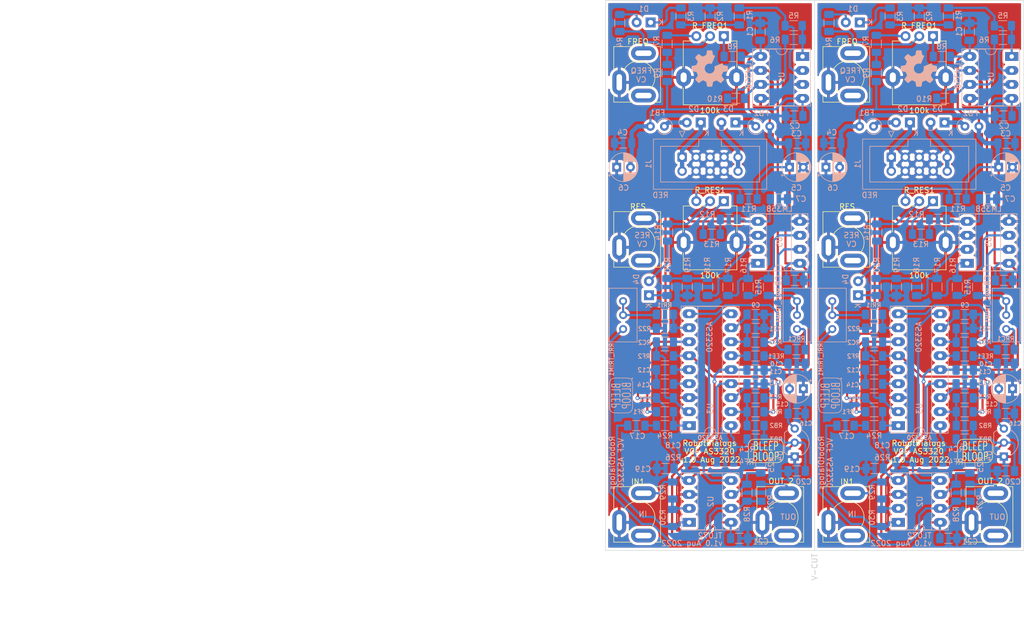
<source format=kicad_pcb>
(kicad_pcb (version 20211014) (generator pcbnew)
  (title_block (title "VCF AS3320") (date "2022-08-06") (rev "1.0") (company "RobotDialogs"))
  (layers (0 "F.Cu" signal) (31 "B.Cu" signal) (34 "B.Paste" user) (35 "F.Paste" user) (36 "B.SilkS" user "B.Silkscreen") (37 "F.SilkS" user "F.Silkscreen") (38 "B.Mask" user) (39 "F.Mask" user) (44 "Edge.Cuts" user))
  (net 0 "")
  (net 1 "+12V")
  (net 2 "GND")
  (net 3 "-12V")
  (net 4 "Net-(C9-Pad1)")
  (net 5 "Net-(D1-Pad1)")
  (net 6 "-12VA")
  (net 7 "Net-(D2-Pad2)")
  (net 8 "Net-(D3-Pad1)")
  (net 9 "+12VA")
  (net 10 "Net-(D4-Pad1)")
  (net 11 "Net-(C14-Pad1)")
  (net 12 "Net-(C17-Pad2)")
  (net 13 "Net-(C17-Pad1)")
  (net 14 "Net-(C12-Pad1)")
  (net 15 "Net-(C13-Pad1)")
  (net 16 "-5V")
  (net 17 "Net-(C18-Pad1)")
  (net 18 "Net-(C18-Pad2)")
  (net 19 "Net-(D1-Pad2)")
  (net 20 "Net-(D4-Pad2)")
  (net 22 "Net-(J4-PadT)")
  (net 24 "Net-(J5-PadT)")
  (net 25 "Net-(R1-Pad1)")
  (net 26 "Net-(R2-Pad1)")
  (net 27 "Net-(R6-Pad2)")
  (net 28 "Net-(R8-Pad2)")
  (net 29 "Net-(R6-Pad1)")
  (net 30 "Net-(R7-Pad1)")
  (net 31 "Net-(R7-Pad2)")
  (net 32 "/CV Inputs/FREQ_CV")
  (net 33 "Net-(R11-Pad2)")
  (net 34 "Net-(R16-Pad1)")
  (net 35 "Net-(R13-Pad1)")
  (net 36 "Net-(R13-Pad2)")
  (net 37 "Net-(R16-Pad2)")
  (net 38 "Net-(R18-Pad1)")
  (net 39 "Net-(R20-Pad1)")
  (net 40 "Net-(R23-Pad2)")
  (net 41 "Net-(R22-Pad2)")
  (net 42 "Net-(R24-Pad2)")
  (net 43 "Net-(R28-Pad2)")
  (net 44 "Net-(R29-Pad1)")
  (net 45 "Net-(R27-Pad2)")
  (net 46 "/CV Inputs/RES_CV")
  (net 47 "Net-(RB1-Pad1)")
  (net 48 "Net-(RB2-Pad1)")
  (net 49 "Net-(RB3-Pad1)")
  (net 50 "Net-(RC4-Pad2)")
  (net 51 "Net-(RC2-Pad2)")
  (net 52 "Net-(RC3-Pad2)")
  (net 53 "VEE")
  (net 54 "Net-(RRC1-Pad1)")
  (net 55 "Net-(RRC1-Pad2)")
  (net 56 "Net-(RRI1-Pad2)")
  (net 58 "Net-(J_FREQ1-PadT)")
  (net 60 "Net-(J_RES1-PadT)")
  (footprint "My Stuff:Jack_3.5mm_MJ-355W_Vertical" (layer "F.Cu") (at 146 94)
    (fp_text reference "J_RES1")
    (fp_text value "RES")
  )
  (footprint "My Stuff:Potentiometer_Alpha_RD901F-40-00D_Single_Vertical_w_3d" (layer "F.Cu") (at 159 64 -90)
    (fp_text reference "R_FREQ1")
    (fp_text value "100k")
  )
  (footprint "My Stuff:Jack_3.5mm_MJ-355W_Vertical" (layer "F.Cu") (at 210 144)
    (fp_text reference "J5")
    (fp_text value "OUT_2")
  )
  (footprint "My Stuff:Jack_3.5mm_MJ-355W_Vertical" (layer "F.Cu") (at 184 94)
    (fp_text reference "J_RES1")
    (fp_text value "RES")
  )
  (footprint "My Stuff:Logo1" (layer "F.Cu") (at 169.1 131.9)
    (fp_text reference "LOGO1" hide)
    (fp_text value "logo1" hide)
  )
  (footprint "My Stuff:Logo2" (layer "F.Cu") (at 180.8 121.8 90)
    (fp_text reference "LOGO2" hide)
    (fp_text value "logo1" hide)
  )
  (footprint "My Stuff:Jack_3.5mm_MJ-355W_Vertical" (layer "F.Cu") (at 146 64)
    (fp_text reference "J_FREQ1")
    (fp_text value "FREQ")
  )
  (footprint "My Stuff:Potentiometer_Alpha_RD901F-40-00D_Single_Vertical_w_3d" (layer "F.Cu") (at 197 94 -90)
    (fp_text reference "R_RES1")
    (fp_text value "100k")
  )
  (footprint "My Stuff:Jack_3.5mm_MJ-355W_Vertical" (layer "F.Cu") (at 172 144)
    (fp_text reference "J5")
    (fp_text value "OUT_2")
  )
  (footprint "My Stuff:Logo1" (layer "F.Cu") (at 207.1 131.9)
    (fp_text reference "LOGO1" hide)
    (fp_text value "logo1" hide)
  )
  (footprint "My Stuff:Jack_3.5mm_MJ-355W_Vertical" (layer "F.Cu") (at 146 144)
    (fp_text reference "J4")
    (fp_text value "IN1")
  )
  (footprint "My Stuff:Jack_3.5mm_MJ-355W_Vertical" (layer "F.Cu") (at 184 64)
    (fp_text reference "J_FREQ1")
    (fp_text value "FREQ")
  )
  (footprint "My Stuff:Potentiometer_Alpha_RD901F-40-00D_Single_Vertical_w_3d" (layer "F.Cu") (at 197 64 -90)
    (fp_text reference "R_FREQ1")
    (fp_text value "100k")
  )
  (footprint "My Stuff:Potentiometer_Alpha_RD901F-40-00D_Single_Vertical_w_3d" (layer "F.Cu") (at 159 94 -90)
    (fp_text reference "R_RES1")
    (fp_text value "100k")
  )
  (footprint "My Stuff:Jack_3.5mm_MJ-355W_Vertical" (layer "F.Cu") (at 184 144)
    (fp_text reference "J4")
    (fp_text value "IN1")
  )
  (footprint "My Stuff:Logo2" (layer "F.Cu") (at 142.8 121.8 90)
    (fp_text reference "LOGO2" hide)
    (fp_text value "logo1" hide)
  )
  (footprint "Resistor_SMD:R_1206_3216Metric_Pad1.30x1.75mm_HandSolder" (layer "B.Cu") (at 190.2 144.1 90)
    (fp_text reference "R30")
    (fp_text value "100k")
  )
  (footprint "Resistor_SMD:R_1206_3216Metric_Pad1.30x1.75mm_HandSolder" (layer "B.Cu") (at 151.166666 102.1 -90)
    (fp_text reference "R20")
    (fp_text value "100k")
  )
  (footprint "Capacitor_SMD:C_1206_3216Metric_Pad1.33x1.80mm_HandSolder" (layer "B.Cu") (at 212.3 71 180)
    (fp_text reference "C2")
    (fp_text value "10nF")
  )
  (footprint "Package_DIP:DIP-8_W7.62mm_Socket_LongPads" (layer "B.Cu") (at 193.2 144.9)
    (fp_text reference "U2")
    (fp_text value "TL072")
  )
  (footprint "Capacitor_SMD:C_1206_3216Metric_Pad1.33x1.80mm_HandSolder" (layer "B.Cu") (at 150.8 119.74 180)
    (fp_text reference "C14")
    (fp_text value "300pF")
  )
  (footprint "Resistor_SMD:R_1206_3216Metric_Pad1.30x1.75mm_HandSolder" (layer "B.Cu") (at 151.2 63.2 -90)
    (fp_text reference "R9")
    (fp_text value "10k")
  )
  (footprint "Capacitor_SMD:C_1206_3216Metric_Pad1.33x1.80mm_HandSolder" (layer "B.Cu") (at 167.2625 107.1)
    (fp_text reference "C9")
    (fp_text value "300pF")
  )
  (footprint "Capacitor_SMD:C_1206_3216Metric_Pad1.33x1.80mm_HandSolder" (layer "B.Cu") (at 212.4 100.9 180)
    (fp_text reference "C8")
    (fp_text value "10nF")
  )
  (footprint "Resistor_SMD:R_1206_3216Metric_Pad1.30x1.75mm_HandSolder" (layer "B.Cu") (at 167.2625 127.3)
    (fp_text reference "RB2")
    (fp_text value "180k")
  )
  (footprint "Resistor_SMD:R_1206_3216Metric_Pad1.30x1.75mm_HandSolder" (layer "B.Cu") (at 188.8 109.61)
    (fp_text reference "R22")
    (fp_text value "3k")
  )
  (footprint "Resistor_SMD:R_1206_3216Metric_Pad1.30x1.75mm_HandSolder" (layer "B.Cu") (at 150.8 124.79 180)
    (fp_text reference "RF1")
    (fp_text value "75k")
  )
  (footprint "Resistor_SMD:R_1206_3216Metric_Pad1.30x1.75mm_HandSolder" (layer "B.Cu") (at 142.6 54.1 90)
    (fp_text reference "R4")
    (fp_text value "1k")
  )
  (footprint "Resistor_SMD:R_1206_3216Metric_Pad1.30x1.75mm_HandSolder" (layer "B.Cu") (at 154.853332 102.1 -90)
    (fp_text reference "R19")
    (fp_text value "100k")
  )
  (footprint "Resistor_SMD:R_1206_3216Metric_Pad1.30x1.75mm_HandSolder" (layer "B.Cu") (at 150.8 127.3)
    (fp_text reference "R24")
    (fp_text value "100k")
  )
  (footprint "Resistor_SMD:R_1206_3216Metric_Pad1.30x1.75mm_HandSolder" (layer "B.Cu") (at 191.7 52.9 90)
    (fp_text reference "R3")
    (fp_text value "100k")
  )
  (footprint "Resistor_SMD:R_1206_3216Metric_Pad1.30x1.75mm_HandSolder" (layer "B.Cu") (at 174.2 54.6 180)
    (fp_text reference "R5")
    (fp_text value "100k")
  )
  (footprint "Resistor_SMD:R_1206_3216Metric_Pad1.30x1.75mm_HandSolder" (layer "B.Cu") (at 196.539998 102.1 90)
    (fp_text reference "R18")
    (fp_text value "100k")
  )
  (footprint "Symbol:OSHW-Symbol_6.7x6mm_SilkScreen" (layer "B.Cu") (at 196.7 62.6 -45)
    (fp_text reference "LOGO3" hide)
    (fp_text value "Logo_Open_Hardware_Small" hide)
  )
  (footprint "Package_TO_SOT_THT:TO-92_Inline_Wide" (layer "B.Cu") (at 212.3775 132.94 90)
    (fp_text reference "U4")
    (fp_text value "LM79L05_TO92")
  )
  (footprint "Capacitor_SMD:C_1206_3216Metric_Pad1.33x1.80mm_HandSolder" (layer "B.Cu") (at 205.2625 119.75125)
    (fp_text reference "C13")
    (fp_text value "300pF")
  )
  (footprint "Resistor_SMD:R_1206_3216Metric_Pad1.30x1.75mm_HandSolder" (layer "B.Cu") (at 197.3 92.5)
    (fp_text reference "R13")
    (fp_text value "100k")
  )
  (footprint "Resistor_SMD:R_1206_3216Metric_Pad1.30x1.75mm_HandSolder" (layer "B.Cu") (at 194.3 133.9 180)
    (fp_text reference "R26")
    (fp_text value "100k")
  )
  (footprint "Potentiometer_THT:Potentiometer_Bourns_3296W_Vertical" (layer "B.Cu") (at 174.8 109.75 -90)
    (fp_text reference "RRC_TRIM1")
    (fp_text value "100K")
  )
  (footprint "Capacitor_SMD:C_1206_3216Metric_Pad1.33x1.80mm_HandSolder" (layer "B.Cu") (at 174.7375 125.1)
    (fp_text reference "C16")
    (fp_text value "100nF")
  )
  (footprint "Capacitor_SMD:C_1206_3216Metric_Pad1.33x1.80mm_HandSolder" (layer "B.Cu") (at 205.2625 107.1)
    (fp_text reference "C9")
    (fp_text value "300pF")
  )
  (footprint "Resistor_SMD:R_1206_3216Metric_Pad1.30x1.75mm_HandSolder" (layer "B.Cu") (at 204 86.1 180)
    (fp_text reference "R11")
    (fp_text value "10k")
  )
  (footprint "Diode_THT:D_A-405_P2.54mm_Vertical_KathodeUp" (layer "B.Cu") (at 186.2 54 180)
    (fp_text reference "D1")
    (fp_text value "1N4001")
  )
  (footprint "Capacitor_SMD:C_1206_3216Metric_Pad1.33x1.80mm_HandSolder" (layer "B.Cu") (at 206.1 55.7 -90)
    (fp_text reference "C1")
    (fp_text value "10nF")
  )
  (footprint "Diode_THT:D_A-405_P2.54mm_Vertical_KathodeUp" (layer "B.Cu") (at 195.3 72.2 180)
    (fp_text reference "D2")
    (fp_text value "1N4001")
  )
  (footprint "Resistor_SMD:R_1206_3216Metric_Pad1.30x1.75mm_HandSolder" (layer "B.Cu") (at 205.2625 124.79375)
    (fp_text reference "RF3")
    (fp_text value "75k")
  )
  (footprint "Resistor_SMD:R_1206_3216Metric_Pad1.30x1.75mm_HandSolder" (layer "B.Cu") (at 167.262499 129.75)
    (fp_text reference "RB3")
    (fp_text value "180k")
  )
  (footprint "Capacitor_SMD:C_1206_3216Metric_Pad1.33x1.80mm_HandSolder" (layer "B.Cu") (at 150.9 135.1)
    (fp_text reference "C19")
    (fp_text value "10nF")
  )
  (footprint "Capacitor_SMD:C_1206_3216Metric_Pad1.33x1.80mm_HandSolder" (layer "B.Cu") (at 183.6 127.3 180)
    (fp_text reference "C17")
    (fp_text value "1uF")
  )
  (footprint "Resistor_SMD:R_1206_3216Metric_Pad1.30x1.75mm_HandSolder" (layer "B.Cu") (at 205.2625 122.2875)
    (fp_text reference "RC3")
    (fp_text value "75k")
  )
  (footprint "Resistor_SMD:R_1206_3216Metric_Pad1.30x1.75mm_HandSolder" (layer "B.Cu") (at 188.8 127.3)
    (fp_text reference "R24")
    (fp_text value "100k")
  )
  (footprint "Package_DIP:DIP-18_W7.62mm_Socket_LongPads" (layer "B.Cu") (at 193.2 127.3)
    (fp_text reference "U3")
    (fp_text value "AS3320")
  )
  (footprint "Resistor_SMD:R_1206_3216Metric_Pad1.30x1.75mm_HandSolder" (layer "B.Cu") (at 201.1 60.2 180)
    (fp_text reference "R8")
    (fp_text value "10k")
  )
  (footprint "Resistor_SMD:R_1206_3216Metric_Pad1.30x1.75mm_HandSolder" (layer "B.Cu") (at 206.2 139.5 -90)
    (fp_text reference "R27")
    (fp_text value "1k")
  )
  (footprint "Resistor_SMD:R_1206_3216Metric_Pad1.30x1.75mm_HandSolder" (layer "B.Cu") (at 192.853332 102.1 -90)
    (fp_text reference "R19")
    (fp_text value "100k")
  )
  (footprint "Resistor_SMD:R_1206_3216Metric_Pad1.30x1.75mm_HandSolder" (layer "B.Cu") (at 165.91333 102.1 90)
    (fp_text reference "R16")
    (fp_text value "100k")
  )
  (footprint "Resistor_SMD:R_1206_3216Metric_Pad1.30x1.75mm_HandSolder" (layer "B.Cu") (at 199.75 131.2 180)
    (fp_text reference "RC4")
    (fp_text value "75k")
  )
  (footprint "Resistor_SMD:R_1206_3216Metric_Pad1.30x1.75mm_HandSolder" (layer "B.Cu") (at 188.8 107.1 180)
    (fp_text reference "RRI1")
    (fp_text value "15K")
  )
  (footprint "Resistor_SMD:R_1206_3216Metric_Pad1.30x1.75mm_HandSolder" (layer "B.Cu") (at 189.166666 102.1 -90)
    (fp_text reference "R20")
    (fp_text value "100k")
  )
  (footprint "Capacitor_SMD:C_1206_3216Metric_Pad1.33x1.80mm_HandSolder" (layer "B.Cu") (at 212.7375 125.1)
    (fp_text reference "C16")
    (fp_text value "100nF")
  )
  (footprint "Resistor_SMD:R_1206_3216Metric_Pad1.30x1.75mm_HandSolder" (layer "B.Cu") (at 151.3 92.2 -90)
    (fp_text reference "R14")
    (fp_text value "1k")
  )
  (footprint "Resistor_SMD:R_1206_3216Metric_Pad1.30x1.75mm_HandSolder" (layer "B.Cu") (at 188.8 112.12)
    (fp_text reference "RC2")
    (fp_text value "75k")
  )
  (footprint "Resistor_SMD:R_1206_3216Metric_Pad1.30x1.75mm_HandSolder" (layer "B.Cu") (at 169.6 102.1 90)
    (fp_text reference "R15")
    (fp_text value "100k")
  )
  (footprint "Capacitor_SMD:C_1206_3216Metric_Pad1.33x1.80mm_HandSolder" (layer "B.Cu") (at 168.1 55.7 -90)
    (fp_text reference "C1")
    (fp_text value "10nF")
  )
  (footprint "Capacitor_SMD:C_1206_3216Metric_Pad1.33x1.80mm_HandSolder" (layer "B.Cu") (at 181.2 75.919239)
    (fp_text reference "C4")
    (fp_text value "10nF")
  )
  (footprint "Capacitor_SMD:C_1206_3216Metric_Pad1.33x1.80mm_HandSolder" (layer "B.Cu") (at 212.832386 75.971737)
    (fp_text reference "C3")
    (fp_text value "10nF")
  )
  (footprint "Resistor_SMD:R_1206_3216Metric_Pad1.30x1.75mm_HandSolder" (layer "B.Cu") (at 163.1 60.2 180)
    (fp_text reference "R8")
    (fp_text value "10k")
  )
  (footprint "Resistor_SMD:R_1206_3216Metric_Pad1.30x1.75mm_HandSolder" (layer "B.Cu") (at 166 86.1 180)
    (fp_text reference "R11")
    (fp_text value "10k")
  )
  (footprint "Package_DIP:DIP-8_W7.62mm_Socket_LongPads" (layer "B.Cu") (at 155.2 144.9)
    (fp_text reference "U2")
    (fp_text value "TL072")
  )
  (footprint "Resistor_SMD:R_1206_3216Metric_Pad1.30x1.75mm_HandSolder" (layer "B.Cu") (at 189.2 57.9 -90)
    (fp_text reference "R7")
    (fp_text value "100k")
  )
  (footprint "Capacitor_SMD:C_1206_3216Metric_Pad1.33x1.80mm_HandSolder" (layer "B.Cu") (at 145.6 127.3 180)
    (fp_text reference "C17")
    (fp_text value "1uF")
  )
  (footprint "Resistor_SMD:R_1206_3216Metric_Pad1.30x1.75mm_HandSolder" (layer "B.Cu") (at 159.3 92.5)
    (fp_text reference "R13")
    (fp_text value "100k")
  )
  (footprint "Resistor_SMD:R_1206_3216Metric_Pad1.30x1.75mm_HandSolder" (layer "B.Cu") (at 167.2625 114.64875)
    (fp_text reference "REE1")
    (fp_text value "270")
  )
  (footprint "Connector_IDC:IDC-Header_2x05_P2.54mm_Vertical" (layer "B.Cu") (at 191.920001 78.5 -90)
    (fp_text reference "J1")
    (fp_text value "Conn_02x05_Odd_Even")
  )
  (footprint "Capacitor_SMD:C_1206_3216Metric_Pad1.33x1.80mm_HandSolder" (layer "B.Cu") (at 188.8 117.17 180)
    (fp_text reference "C12")
    (fp_text value "300pF")
  )
  (footprint "Resistor_SMD:R_1206_3216Metric_Pad1.30x1.75mm_HandSolder" (layer "B.Cu") (at 167.2625 112.1425 180)
    (fp_text reference "R23")
    (fp_text value "100k")
  )
  (footprint "Resistor_SMD:R_1206_3216Metric_Pad1.30x1.75mm_HandSolder" (layer "B.Cu") (at 201.7 67.8)
    (fp_text reference "R10")
    (fp_text value "100k")
  )
  (footprint "Package_DIP:DIP-8_W7.62mm_Socket_LongPads" (layer "B.Cu") (at 213.8 60.2 180)
    (fp_text reference "U1")
    (fp_text value "LM358")
  )
  (footprint "Resistor_SMD:R_1206_3216Metric_Pad1.30x1.75mm_HandSolder" (layer "B.Cu") (at 203.91333 102.1 90)
    (fp_text reference "R16")
    (fp_text value "100k")
  )
  (footprint "Capacitor_SMD:C_1206_3216Metric_Pad1.33x1.80mm_HandSolder" (layer "B.Cu") (at 174.7375 116)
    (fp_text reference "C10")
    (fp_text value "10nF")
  )
  (footprint "Resistor_SMD:R_1206_3216Metric_Pad1.30x1.75mm_HandSolder" (layer "B.Cu") (at 188.8 114.63)
    (fp_text reference "RF2")
    (fp_text value "75k")
  )
  (footprint "Inductor_THT:L_Axial_L6.6mm_D2.7mm_P2.54mm_Vertical_Vishay_IM-2" (layer "B.Cu") (at 205.3 72.900001)
    (fp_text reference "FB2")
    (fp_text value "FerriteBead")
  )
  (footprint "Resistor_SMD:R_1206_3216Metric_Pad1.30x1.75mm_HandSolder" (layer "B.Cu") (at 212.7 113.5 180)
    (fp_text reference "RRC1")
    (fp_text value "15K")
  )
  (footprint "Package_TO_SOT_THT:TO-92_Inline_Wide" (layer "B.Cu") (at 174.3775 132.94 90)
    (fp_text reference "U4")
    (fp_text value "LM79L05_TO92")
  )
  (footprint "Capacitor_SMD:C_1206_3216Metric_Pad1.33x1.80mm_HandSolder" (layer "B.Cu") (at 174.4 100.9 180)
    (fp_text reference "C8")
    (fp_text value "10nF")
  )
  (footprint "Connector_IDC:IDC-Header_2x05_P2.54mm_Vertical" (layer "B.Cu") (at 153.920001 78.5 -90)
    (fp_text reference "J1")
    (fp_text value "Conn_02x05_Odd_Even")
  )
  (footprint "Capacitor_THT:CP_Radial_D5.0mm_P2.50mm" (layer "B.Cu") (at 175.942613 120.6 180)
    (fp_text reference "C15")
    (fp_text value "10uF")
  )
  (footprint "Diode_THT:D_A-405_P2.54mm_Vertical_KathodeUp" (layer "B.Cu") (at 163.6 72.2 180)
    (fp_text reference "D3")
    (fp_text value "1N4001")
  )
  (footprint "Capacitor_SMD:C_1206_3216Metric_Pad1.33x1.80mm_HandSolder" (layer "B.Cu") (at 205.2625 117.185)
    (fp_text reference "C11")
    (fp_text value "10nF")
  )
  (footprint "Resistor_SMD:R_1206_3216Metric_Pad1.30x1.75mm_HandSolder" (layer "B.Cu") (at 164.3 52.9 -90)
    (fp_text reference "R1")
    (fp_text value "100k")
  )
  (footprint "Resistor_SMD:R_1206_3216Metric_Pad1.30x1.75mm_HandSolder" (layer "B.Cu") (at 168.2 139.5 -90)
    (fp_text reference "R27")
    (fp_text value "1k")
  )
  (footprint "Resistor_SMD:R_1206_3216Metric_Pad1.30x1.75mm_HandSolder" (layer "B.Cu") (at 150.8 114.63)
    (fp_text reference "RF2")
    (fp_text value "75k")
  )
  (footprint "Diode_THT:D_A-405_P2.54mm_Vertical_KathodeUp" (layer "B.Cu") (at 157.3 72.2 180)
    (fp_text reference "D2")
    (fp_text value "1N4001")
  )
  (footprint "Capacitor_SMD:C_1206_3216Metric_Pad1.33x1.80mm_HandSolder" (layer "B.Cu") (at 164.3 147.8)
    (fp_text reference "C21")
    (fp_text value "10nF")
  )
  (footprint "Resistor_SMD:R_1206_3216Metric_Pad1.30x1.75mm_HandSolder" (layer "B.Cu") (at 150.8 122.28 180)
    (fp_text reference "RB1")
    (fp_text value "180k")
  )
  (footprint "Inductor_THT:L_Axial_L6.6mm_D2.7mm_P2.54mm_Vertical_Vishay_IM-2" (layer "B.Cu") (at 188.7 72.900001 180)
    (fp_text reference "FB1")
    (fp_text value "FerriteBead")
  )
  (footprint "Resistor_SMD:R_1206_3216Metric_Pad1.30x1.75mm_HandSolder" (layer "B.Cu") (at 158.539998 102.1 90)
    (fp_text reference "R18")
    (fp_text value "100k")
  )
  (footprint "Resistor_SMD:R_1206_3216Metric_Pad1.30x1.75mm_HandSolder" (layer "B.Cu") (at 189.3 92.2 -90)
    (fp_text reference "R14")
    (fp_text value "1k")
  )
  (footprint "Resistor_SMD:R_1206_3216Metric_Pad1.30x1.75mm_HandSolder" (layer "B.Cu") (at 162.226664 102.1 90)
    (fp_text reference "R17")
    (fp_text value "100k")
  )
  (footprint "Capacitor_SMD:C_1206_3216Metric_Pad1.33x1.80mm_HandSolder" (layer "B.Cu") (at 212.7375 135.540001 180)
    (fp_text reference "C20")
    (fp_text value "330nF")
  )
  (footprint "Capacitor_SMD:C_1206_3216Metric_Pad1.33x1.80mm_HandSolder" (layer "B.Cu") (at 212.7375 116)
    (fp_text reference "C10")
    (fp_text value "10nF")
  )
  (footprint "Resistor_SMD:R_1206_3216Metric_Pad1.30x1.75mm_HandSolder" (layer "B.Cu") (at 150.8 107.1 180)
    (fp_text reference "RRI1")
    (fp_text value "15K")
  )
  (footprint "Capacitor_SMD:C_1206_3216Metric_Pad1.33x1.80mm_HandSolder" (layer "B.Cu") (at 171.5 86.1)
    (fp_text reference "C7")
    (fp_text value "10nF")
  )
  (footprint "Diode_THT:D_A-405_P2.54mm_Vertical_KathodeUp" (layer "B.Cu") (at 148.2 54 180)
    (fp_text reference "D1")
    (fp_text value "1N4001")
  )
  (footprint "Resistor_SMD:R_1206_3216Metric_Pad1.30x1.75mm_HandSolder" (layer "B.Cu") (at 188.8 122.28 180)
    (fp_text reference "RB1")
    (fp_text value "180k")
  )
  (footprint "Diode_THT:D_A-405_P2.54mm_Vertical_KathodeUp" (layer "B.Cu") (at 147.9 103.6 90)
    (fp_text reference "D4")
    (fp_text value "1N4001")
  )
  (footprint "Resistor_SMD:R_1206_3216Metric_Pad1.30x1.75mm_HandSolder" (layer "B.Cu") (at 163.7 67.8)
    (fp_text reference "R10")
    (fp_text value "100k")
  )
  (footprint "Diode_THT:D_A-405_P2.54mm_Vertical_KathodeUp" (layer "B.Cu") (at 185.9 103.6 90)
    (fp_text reference "D4")
    (fp_text value "1N4001")
  )
  (footprint "Resistor_SMD:R_1206_3216Metric_Pad1.30x1.75mm_HandSolder" (layer "B.Cu") (at 162.4 89.8)
    (fp_text reference "R12")
    (fp_text value "10k")
  )
  (footprint "Resistor_SMD:R_1206_3216Metric_Pad1.30x1.75mm_HandSolder" (layer "B.Cu") (at 188.8 124.79 180)
    (fp_text reference "RF1")
    (fp_text value "75k")
  )
  (footprint "Resistor_SMD:R_1206_3216Metric_Pad1.30x1.75mm_HandSolder" (layer "B.Cu") (at 197 52.9 90)
    (fp_text reference "R2")
    (fp_text value "100k")
  )
  (footprint "Resistor_SMD:R_1206_3216Metric_Pad1.30x1.75mm_HandSolder" (layer "B.Cu") (at 167.2625 109.63625)
    (fp_text reference "R21")
    (fp_text value "3k")
  )
  (footprint "Capacitor_THT:CP_Radial_D5.0mm_P2.50mm" (layer "B.Cu") (at 173.432387 80.319239)
    (fp_text reference "C5")
    (fp_text value "100uF")
  )
  (footprint "Capacitor_SMD:C_1206_3216Metric_Pad1.33x1.80mm_HandSolder" (layer "B.Cu") (at 174.7375 135.540001 180)
    (fp_text reference "C20")
    (fp_text value "330nF")
  )
  (footprint "Capacitor_SMD:C_1206_3216Metric_Pad1.33x1.80mm_HandSolder" (layer "B.Cu") (at 167.2625 117.185)
    (fp_text reference "C11")
    (fp_text value "10nF")
  )
  (footprint "Capacitor_SMD:C_1206_3216Metric_Pad1.33x1.80mm_HandSolder" (layer "B.Cu") (at 156.3 131.2)
    (fp_text reference "C18")
    (fp_text value "1uF")
  )
  (footprint "Resistor_SMD:R_1206_3216Metric_Pad1.30x1.75mm_HandSolder" (layer "B.Cu") (at 152.2 144.1 90)
    (fp_text reference "R30")
    (fp_text value "100k")
  )
  (footprint "Resistor_SMD:R_1206_3216Metric_Pad1.30x1.75mm_HandSolder" (layer "B.Cu") (at 180.6 54.1 90)
    (fp_text reference "R4")
    (fp_text value "1k")
  )
  (footprint "Diode_THT:D_A-405_P2.54mm_Vertical_KathodeUp" (layer "B.Cu") (at 201.6 72.2 180)
    (fp_text reference "D3")
    (fp_text value "1N4001")
  )
  (footprint "Package_DIP:DIP-8_W7.62mm_Socket_LongPads" (layer "B.Cu") (at 167.7 97.8)
    (fp_text reference "U5")
    (fp_text value "LM358")
  )
  (footprint "Resistor_SMD:R_1206_3216Metric_Pad1.30x1.75mm_HandSolder" (layer "B.Cu") (at 159 52.9 90)
    (fp_text reference "R2")
    (fp_text value "100k")
  )
  (footprint "Resistor_SMD:R_1206_3216Metric_Pad1.30x1.75mm_HandSolder" (layer "B.Cu") (at 212.2 57.1)
    (fp_text reference "R6")
    (fp_text value "100k")
  )
  (footprint "Resistor_SMD:R_1206_3216Metric_Pad1.30x1.75mm_HandSolder" (layer "B.Cu") (at 168.2 134.4 90)
    (fp_text reference "R25")
    (fp_text value "100k")
  )
  (footprint "Capacitor_SMD:C_1206_3216Metric_Pad1.33x1.80mm_HandSolder" (layer "B.Cu") (at 202.3 147.8)
    (fp_text reference "C21")
    (fp_text value "10nF")
  )
  (footprint "Resistor_SMD:R_1206_3216Metric_Pad1.30x1.75mm_HandSolder" (layer "B.Cu") (at 150.8 109.61)
    (fp_text reference "R22")
    (fp_text value "3k")
  )
  (footprint "Capacitor_SMD:C_1206_3216Metric_Pad1.33x1.80mm_HandSolder" (layer "B.Cu") (at 188.9 135.1)
    (fp_text reference "C19")
    (fp_text value "10nF")
  )
  (footprint "Resistor_SMD:R_1206_3216Metric_Pad1.30x1.75mm_HandSolder" (layer "B.Cu") (at 161.75 133.9 180)
    (fp_text reference "RF4")
    (fp_text value "75k")
  )
  (footprint "Resistor_SMD:R_1206_3216Metric_Pad1.30x1.75mm_HandSolder" (layer "B.Cu") (at 156.3 133.9 180)
    (fp_text reference "R26")
    (fp_text value "100k")
  )
  (footprint "Resistor_SMD:R_1206_3216Metric_Pad1.30x1.75mm_HandSolder" (layer "B.Cu") (at 205.2625 114.64875)
    (fp_text reference "REE1")
    (fp_text value "270")
  )
  (footprint "Resistor_SMD:R_1206_3216Metric_Pad1.30x1.75mm_HandSolder" (layer "B.Cu") (at 207.6 102.1 90)
    (fp_text reference "R15")
    (fp_text value "100k")
  )
  (footprint "Capacitor_THT:CP_Radial_D5.0mm_P2.50mm" (layer "B.Cu") (at 211.432387 80.319239)
    (fp_text reference "C5")
    (fp_text value "100uF")
  )
  (footprint "Potentiometer_THT:Potentiometer_Bourns_3296W_Vertical" (layer "B.Cu") (at 212.8 109.75 -90)
    (fp_text reference "RRC_TRIM1")
    (fp_text value "100K")
  )
  (footprint "Potentiometer_THT:Potentiometer_Bourns_3296W_Vertical" (layer "B.Cu") (at 143.2 109.75 -90)
    (fp_text reference "RRI_TRIM1")
    (fp_text value "100K")
  )
  (footprint "Resistor_SMD:R_1206_3216Metric_Pad1.30x1.75mm_HandSolder" (layer "B.Cu") (at 190.2 139.099999 90)
    (fp_text reference "R29")
    (fp_text value "100k")
  )
  (footprint "Resistor_SMD:R_1206_3216Metric_Pad1.30x1.75mm_HandSolder" (layer "B.Cu") (at 152.2 139.099999 90)
    (fp_text reference "R29")
    (fp_text value "100k")
  )
  (footprint "Potentiometer_THT:Potentiometer_Bourns_3296W_Vertical" (layer "B.Cu") (at 181.2 109.75 -90)
    (fp_text reference "RRI_TRIM1")
    (fp_text value "100K")
  )
  (footprint "Resistor_SMD:R_1206_3216Metric_Pad1.30x1.75mm_HandSolder" (layer "B.Cu") (at 167.2625 124.79375)
    (fp_text reference "RF3")
    (fp_text value "75k")
  )
  (footprint "Symbol:OSHW-Symbol_6.7x6mm_SilkScreen" (layer "B.Cu") (at 158.7 62.6 -45)
    (fp_text reference "LOGO3" hide)
    (fp_text value "Logo_Open_Hardware_Small" hide)
  )
  (footprint "Resistor_SMD:R_1206_3216Metric_Pad1.30x1.75mm_HandSolder" (layer "B.Cu") (at 167.2625 122.2875)
    (fp_text reference "RC3")
    (fp_text value "75k")
  )
  (footprint "Resistor_SMD:R_1206_3216Metric_Pad1.30x1.75mm_HandSolder" (layer "B.Cu") (at 174.2 57.1)
    (fp_text reference "R6")
    (fp_text value "100k")
  )
  (footprint "Resistor_SMD:R_1206_3216Metric_Pad1.30x1.75mm_HandSolder" (layer "B.Cu") (at 165.7 139.5 90)
    (fp_text reference "R28")
    (fp_text value "100k")
  )
  (footprint "Capacitor_SMD:C_1206_3216Metric_Pad1.33x1.80mm_HandSolder" (layer "B.Cu") (at 174.832386 75.971737)
    (fp_text reference "C3")
    (fp_text value "10nF")
  )
  (footprint "Resistor_SMD:R_1206_3216Metric_Pad1.30x1.75mm_HandSolder" (layer "B.Cu") (at 174.7 113.5 180)
    (fp_text reference "RRC1")
    (fp_text value "15K")
  )
  (footprint "Resistor_SMD:R_1206_3216Metric_Pad1.30x1.75mm_HandSolder" (layer "B.Cu") (at 205.2625 109.63625)
    (fp_text reference "R21")
    (fp_text value "3k")
  )
  (footprint "Resistor_SMD:R_1206_3216Metric_Pad1.30x1.75mm_HandSolder" (layer "B.Cu") (at 189.2 63.2 -90)
    (fp_text reference "R9")
    (fp_text value "10k")
  )
  (footprint "Capacitor_SMD:C_1206_3216Metric_Pad1.33x1.80mm_HandSolder" (layer "B.Cu") (at 209.5 86.1)
    (fp_text reference "C7")
    (fp_text value "10nF")
  )
  (footprint "Capacitor_THT:CP_Radial_D5.0mm_P2.50mm" (layer "B.Cu") (at 213.942613 120.6 180)
    (fp_text reference "C15")
    (fp_text value "10uF")
  )
  (footprint "Package_DIP:DIP-8_W7.62mm_Socket_LongPads" (layer "B.Cu") (at 175.8 60.2 180)
    (fp_text reference "U1")
    (fp_text value "LM358")
  )
  (footprint "Capacitor_SMD:C_1206_3216Metric_Pad1.33x1.80mm_HandSolder" (layer "B.Cu") (at 194.3 131.2)
    (fp_text reference "C18")
    (fp_text value "1uF")
  )
  (footprint "Resistor_SMD:R_1206_3216Metric_Pad1.30x1.75mm_HandSolder" (layer "B.Cu") (at 151.2 57.9 -90)
    (fp_text reference "R7")
    (fp_text value "100k")
  )
  (footprint "Resistor_SMD:R_1206_3216Metric_Pad1.30x1.75mm_HandSolder" (layer "B.Cu") (at 150.8 112.12)
    (fp_text reference "RC2")
    (fp_text value "75k")
  )
  (footprint "Capacitor_SMD:C_1206_3216Metric_Pad1.33x1.80mm_HandSolder" (layer "B.Cu") (at 143.2 75.919239)
    (fp_text reference "C4")
    (fp_text value "10nF")
  )
  (footprint "Resistor_SMD:R_1206_3216Metric_Pad1.30x1.75mm_HandSolder" (layer "B.Cu") (at 205.2625 127.3)
    (fp_text reference "RB2")
    (fp_text value "180k")
  )
  (footprint "Capacitor_THT:CP_Radial_D5.0mm_P2.50mm" (layer "B.Cu") (at 142.037499 80.319239)
    (fp_text reference "C6")
    (fp_text value "100uF")
  )
  (footprint "Capacitor_SMD:C_1206_3216Metric_Pad1.33x1.80mm_HandSolder" (layer "B.Cu") (at 174.3 71 180)
    (fp_text reference "C2")
    (fp_text value "10nF")
  )
  (footprint "Resistor_SMD:R_1206_3216Metric_Pad1.30x1.75mm_HandSolder" (layer "B.Cu") (at 161.75 131.2 180)
    (fp_text reference "RC4")
    (fp_text value "75k")
  )
  (footprint "Resistor_SMD:R_1206_3216Metric_Pad1.30x1.75mm_HandSolder" (layer "B.Cu") (at 199.75 133.9 180)
    (fp_text reference "RF4")
    (fp_text value "75k")
  )
  (footprint "Inductor_THT:L_Axial_L6.6mm_D2.7mm_P2.54mm_Vertical_Vishay_IM-2" (layer "B.Cu") (at 150.7 72.900001 180)
    (fp_text reference "FB1")
    (fp_text value "FerriteBead")
  )
  (footprint "Capacitor_SMD:C_1206_3216Metric_Pad1.33x1.80mm_HandSolder" (layer "B.Cu") (at 167.2625 119.75125)
    (fp_text reference "C13")
    (fp_text value "300pF")
  )
  (footprint "Capacitor_THT:CP_Radial_D5.0mm_P2.50mm" (layer "B.Cu") (at 180.037499 80.319239)
    (fp_text reference "C6")
    (fp_text value "100uF")
  )
  (footprint "Resistor_SMD:R_1206_3216Metric_Pad1.30x1.75mm_HandSolder" (layer "B.Cu") (at 205.262499 129.75)
    (fp_text reference "RB3")
    (fp_text value "180k")
  )
  (footprint "Resistor_SMD:R_1206_3216Metric_Pad1.30x1.75mm_HandSolder" (layer "B.Cu") (at 200.226664 102.1 90)
    (fp_text reference "R17")
    (fp_text value "100k")
  )
  (footprint "Resistor_SMD:R_1206_3216Metric_Pad1.30x1.75mm_HandSolder" (layer "B.Cu") (at 205.2625 112.1425 180)
    (fp_text reference "R23")
    (fp_text value "100k")
  )
  (footprint "Resistor_SMD:R_1206_3216Metric_Pad1.30x1.75mm_HandSolder" (layer "B.Cu") (at 202.3 52.9 -90)
    (fp_text reference "R1")
    (fp_text value "100k")
  )
  (footprint "Package_DIP:DIP-8_W7.62mm_Socket_LongPads" (layer "B.Cu") (at 205.7 97.8)
    (fp_text reference "U5")
    (fp_text value "LM358")
  )
  (footprint "Capacitor_SMD:C_1206_3216Metric_Pad1.33x1.80mm_HandSolder" (layer "B.Cu") (at 150.8 117.17 180)
    (fp_text reference "C12")
    (fp_text value "300pF")
  )
  (footprint "Resistor_SMD:R_1206_3216Metric_Pad1.30x1.75mm_HandSolder" (layer "B.Cu") (at 203.7 139.5 90)
    (fp_text reference "R28")
    (fp_text value "100k")
  )
  (footprint "Resistor_SMD:R_1206_3216Metric_Pad1.30x1.75mm_HandSolder" (layer "B.Cu") (at 200.4 89.8)
    (fp_text reference "R12")
    (fp_text value "10k")
  )
  (footprint "Inductor_THT:L_Axial_L6.6mm_D2.7mm_P2.54mm_Vertical_Vishay_IM-2" (layer "B.Cu") (at 167.3 72.900001)
    (fp_text reference "FB2")
    (fp_text value "FerriteBead")
  )
  (footprint "Resistor_SMD:R_1206_3216Metric_Pad1.30x1.75mm_HandSolder" (layer "B.Cu") (at 212.2 54.6 180)
    (fp_text reference "R5")
    (fp_text value "100k")
  )
  (footprint "Capacitor_SMD:C_1206_3216Metric_Pad1.33x1.80mm_HandSolder" (layer "B.Cu") (at 188.8 119.74 180)
    (fp_text reference "C14")
    (fp_text value "300pF")
  )
  (footprint "Resistor_SMD:R_1206_3216Metric_Pad1.30x1.75mm_HandSolder" (layer "B.Cu") (at 153.7 52.9 90)
    (fp_text reference "R3")
    (fp_text value "100k")
  )
  (footprint "Package_DIP:DIP-18_W7.62mm_Socket_LongPads" (layer "B.Cu") (at 155.2 127.3)
    (fp_text reference "U3")
    (fp_text value "AS3320")
  )
  (footprint "Resistor_SMD:R_1206_3216Metric_Pad1.30x1.75mm_HandSolder" (layer "B.Cu") (at 206.2 134.4 90)
    (fp_text reference "R25")
    (fp_text value "100k")
  )
  (gr_rect (start 140 50) (end 216 150) (layer "Edge.Cuts") (width 0.1) (fill none))
  (gr_line (start 178 50) (end 178 150) (layer "Edge.Cuts") (width 0.1))
  (gr_text "OUT" (at 211.2 143.9) (layer "B.SilkS") (effects (font (size 1 1)) (justify mirror)))
  (gr_text "LM358" (at 204 63.7 90) (layer "B.SilkS") (effects (font (size 1 1)) (justify mirror)))
  (gr_text "v1.0 Aug 2022" (at 193.7 148.7) (layer "B.SilkS") (effects (font (size 1 1)) (justify mirror)))
  (gr_text "AS3320" (at 196.9 111.2 90) (layer "B.SilkS") (effects (font (size 1 1)) (justify mirror)))
  (gr_text "RED" (at 188 85.4) (layer "B.SilkS") (effects (font (size 1 1)) (justify mirror)))
  (gr_text "RED" (at 150 85.4) (layer "B.SilkS") (effects (font (size 1 1)) (justify mirror)))
  (gr_text "OUT" (at 173.2 143.9) (layer "B.SilkS") (effects (font (size 1 1)) (justify mirror)))
  (gr_text "v1.0 Aug 2022" (at 155.7 148.7) (layer "B.SilkS") (effects (font (size 1 1)) (justify mirror)))
  (gr_text "AS3320" (at 159 129.5) (layer "B.SilkS") (effects (font (size 0.8 0.8)) (justify mirror)))
  (gr_text "AS3320" (at 158.9 111.2 90) (layer "B.SilkS") (effects (font (size 1 1)) (justify mirror)))
  (gr_text "LM358" (at 209.6 87.9) (layer "B.SilkS") (effects (font (size 1 1)) (justify mirror)))
  (gr_text "AS3320" (at 197 129.5) (layer "B.SilkS") (effects (font (size 0.8 0.8)) (justify mirror)))
  (gr_text "FREQ\nCV" (at 146.5 63.6) (layer "B.SilkS") (effects (font (size 1 1)) (justify mirror)))
  (gr_text "RES\nCV" (at 184.7 93.5) (layer "B.SilkS") (effects (font (size 1 1)) (justify mirror)))
  (gr_text "IN" (at 184.8 143.4) (layer "B.SilkS") (effects (font (size 1 1)) (justify mirror)))
  (gr_text "RES\nCV" (at 146.7 93.5) (layer "B.SilkS") (effects (font (size 1 1)) (justify mirror)))
  (gr_text "IN" (at 146.8 143.4) (layer "B.SilkS") (effects (font (size 1 1)) (justify mirror)))
  (gr_text "FREQ\nCV" (at 184.5 63.6) (layer "B.SilkS") (effects (font (size 1 1)) (justify mirror)))
  (gr_text "LM358" (at 166 63.7 90) (layer "B.SilkS") (effects (font (size 1 1)) (justify mirror)))
  (gr_text "TL072" (at 197 147.3) (layer "B.SilkS") (effects (font (size 1 1)) (justify mirror)))
  (gr_text "TL072" (at 159 147.3) (layer "B.SilkS") (effects (font (size 1 1)) (justify mirror)))
  (gr_text "VCF AS3320" (at 180.8 134.1 90) (layer "B.SilkS") (effects (font (size 1 1)) (justify mirror)))
  (gr_text "LM358" (at 171.6 87.9) (layer "B.SilkS") (effects (font (size 1 1)) (justify mirror)))
  (gr_text "RobotDialogs\n" (at 141.2 134.1 90) (layer "B.SilkS") (effects (font (size 1 1)) (justify mirror)))
  (gr_text "RobotDialogs\n" (at 179.2 134.1 90) (layer "B.SilkS") (effects (font (size 1 1)) (justify mirror)))
  (gr_text "VCF AS3320" (at 142.8 134.1 90) (layer "B.SilkS") (effects (font (size 1 1)) (justify mirror)))
  (gr_text "RobotDialogs\n" (at 158.9 130.5) (layer "F.SilkS") (effects (font (size 1 1))))
  (gr_text "v1.0 Aug 2022" (at 158.9 133.5) (layer "F.SilkS") (effects (font (size 1 1))))
  (gr_text "RobotDialogs\n" (at 196.9 130.5) (layer "F.SilkS") (effects (font (size 1 1))))
  (gr_text "v1.0 Aug 2022" (at 196.9 133.5) (layer "F.SilkS") (effects (font (size 1 1))))
  (gr_text "VCF AS3320" (at 158.9 132) (layer "F.SilkS") (effects (font (size 1 1))))
  (gr_text "VCF AS3320" (at 196.9 132) (layer "F.SilkS") (effects (font (size 1 1))))
  (gr_text "V-CUT" (at 178 153 90) (layer "Edge.Cuts") (effects (font (size 1 1))))
  (segment (start 176.06 117.14) (end 176.9 116.3) (width 0.4) (layer "F.Cu") (net 1))
  (segment (start 166.6 60.2) (end 168.18 60.2) (width 0.4) (layer "F.Cu") (net 1))
  (segment (start 166 69.7) (end 166 60.8) (width 0.4) (layer "F.Cu") (net 1))
  (segment (start 173.432387 80.319239) (end 173.432387 88.567613) (width 0.4) (layer "F.Cu") (net 1))
  (segment (start 213.32 97.8) (end 210.7 97.8) (width 0.4) (layer "F.Cu") (net 1))
  (segment (start 190.1 147.3) (end 190.1 136.5) (width 0.4) (layer "F.Cu") (net 1))
  (segment (start 157.8 147.3) (end 152.1 147.3) (width 0.4) (layer "F.Cu") (net 1))
  (segment (start 195.8 147.3) (end 190.1 147.3) (width 0.4) (layer "F.Cu") (net 1))
  (segment (start 169.84 72.900001) (end 169.84 71.24) (width 0.4) (layer "F.Cu") (net 1))
  (segment (start 210.7 97.8) (end 210.7 89.3) (width 0.4) (layer "F.Cu") (net 1))
  (segment (start 204.6 60.2) (end 206.18 60.2) (width 0.4) (layer "F.Cu") (net 1))
  (segment (start 207.3 70.7) (end 205 70.7) (width 0.4) (layer "F.Cu") (net 1))
  (segment (start 214.9 99.38) (end 213.32 97.8) (width 0.4) (layer "F.Cu") (net 1))
  (segment (start 205 70.7) (end 204 69.7) (width 0.4) (layer "F.Cu") (net 1))
  (segment (start 169.3 70.7) (end 167 70.7) (width 0.4) (layer "F.Cu") (net 1))
  (segment (start 166 60.8) (end 166.6 60.2) (width 0.4) (layer "F.Cu") (net 1))
  (segment (start 200.82 117.14) (end 214.06 117.14) (width 0.4) (layer "F.Cu") (net 1))
  (segment (start 175.32 97.8) (end 172.7 97.8) (width 0.4) (layer "F.Cu") (net 1))
  (segment (start 172.7 97.8) (end 172.7 89.3) (width 0.4) (layer "F.Cu") (net 1))
  (segment (start 152.1 147.3) (end 152.1 136.5) (width 0.4) (layer "F.Cu") (net 1))
  (segment (start 207.84 72.900001) (end 207.84 71.24) (width 0.4) (layer "F.Cu") (net 1))
  (segment (start 176.9 116.3) (end 176.9 99.38) (width 0.4) (layer "F.Cu") (net 1))
  (segment (start 197.8 128.8) (end 190.1 136.5) (width 0.4) (layer "F.Cu") (net 1))
  (segment (start 204 69.7) (end 204 60.8) (width 0.4) (layer "F.Cu") (net 1))
  (segment (start 176.9 99.38) (end 175.32 97.8) (width 0.4) (layer "F.Cu") (net 1))
  (segment (start 162.82 117.14) (end 176.06 117.14) (width 0.4) (layer "F.Cu") (net 1))
  (segment (start 198.2 144.9) (end 195.8 147.3) (width 0.4) (layer "F.Cu") (net 1))
  (segment (start 197.8 119.3) (end 197.8 128.8) (width 0.4) (layer "F.Cu") (net 1))
  (segment (start 162.82 144.9) (end 160.2 144.9) (width 0.4) (layer "F.Cu") (net 1))
  (segment (start 159.8 128.8) (end 152.1 136.5) (width 0.4) (layer "F.Cu") (net 1))
  (segment (start 200.82 144.9) (end 198.2 144.9) (width 0.4) (layer "F.Cu") (net 1))
  (segment (start 169.84 71.24) (end 169.3 70.7) (width 0.4) (layer "F.Cu") (net 1))
  (segment (start 167 70.7) (end 166 69.7) (width 0.4) (layer "F.Cu") (net 1))
  (segment (start 160.2 144.9) (end 157.8 147.3) (width 0.4) (layer "F.Cu") (net 1))
  (segment (start 214.06 117.14) (end 214.9 116.3) (width 0.4) (layer "F.Cu") (net 1))
  (segment (start 159.8 119.3) (end 159.8 128.8) (width 0.4) (layer "F.Cu") (net 1))
  (segment (start 211.432387 80.319239) (end 211.432387 88.567613) (width 0.4) (layer "F.Cu") (net 1))
  (segment (start 207.84 71.24) (end 207.3 70.7) (width 0.4) (layer "F.Cu") (net 1))
  (segment (start 172.7 89.3) (end 173.432387 88.567613) (width 0.4) (layer "F.Cu") (net 1))
  (segment (start 214.9 116.3) (end 214.9 99.38) (width 0.4) (layer "F.Cu") (net 1))
  (segment (start 210.7 89.3) (end 211.432387 88.567613) (width 0.4) (layer "F.Cu") (net 1))
  (segment (start 204 60.8) (end 204.6 60.2) (width 0.4) (layer "F.Cu") (net 1))
  (via (at 197.8 119.3) (size 0.7) (drill 0.4) (layers "F.Cu" "B.Cu") (net 1))
  (via (at 159.8 119.3) (size 0.7) (drill 0.4) (layers "F.Cu" "B.Cu") (net 1))
  (segment (start 206.18 57.5425) (end 206.1 57.4625) (width 0.4) (layer "B.Cu") (net 1))
  (segment (start 160.86 117.14) (end 159.8 118.2) (width 0.4) (layer "B.Cu") (net 1))
  (segment (start 200.7375 144.9825) (end 200.82 144.9) (width 0.4) (layer "B.Cu") (net 1))
  (segment (start 207.84 74.74) (end 209.071737 75.971737) (width 0.8) (layer "B.Cu") (net 1))
  (segment (start 207.84 72.900001) (end 207.84 74.74) (width 0.8) (layer "B.Cu") (net 1))
  (segment (start 200.7375 147.8) (end 200.7375 144.9825) (width 0.4) (layer "B.Cu") (net 1))
  (segment (start 162.82 117.14) (end 165.655 117.14) (width 0.4) (layer "B.Cu") (net 1))
  (segment (start 197.8 118.2) (end 197.8 119.3) (width 0.4) (layer "B.Cu") (net 1))
  (segment (start 200.82 117.14) (end 198.86 117.14) (width 0.4) (layer "B.Cu") (net 1))
  (segment (start 171.071737 75.971737) (end 173.269886 75.971737) (width 0.8) (layer "B.Cu") (net 1))
  (segment (start 173.269886 80.156738) (end 173.432387 80.319239) (width 0.8) (layer "B.Cu") (net 1))
  (segment (start 203.655 117.14) (end 203.7 117.185) (width 0.4) (layer "B.Cu") (net 1))
  (segment (start 162.7375 147.8) (end 162.7375 144.9825) (width 0.4) (layer "B.Cu") (net 1))
  (segment (start 169.84 74.74) (end 171.071737 75.971737) (width 0.8) (layer "B.Cu") (net 1))
  (segment (start 173.432387 80.319239) (end 169.980761 80.319239) (width 0.4) (layer "B.Cu") (net 1))
  (segment (start 162.82 117.14) (end 160.86 117.14) (width 0.4) (layer "B.Cu") (net 1))
  (segment (start 211.432387 80.319239) (end 207.980761 80.319239) (width 0.4) (layer "B.Cu") (net 1))
  (segment (start 205.55 82.75) (end 205.55 86.5) (width 0.4) (layer "B.Cu") (net 1))
  (segment (start 172.8375 100.9) (end 172.8375 98.4625) (width 0.4) (layer "B.Cu") (net 1))
  (segment (start 172.8375 98.4625) (end 173.5 97.8) (width 0.4) (layer "B.Cu") (net 1))
  (segment (start 169.84 72.900001) (end 169.84 74.74) (width 0.8) (layer "B.Cu") (net 1))
  (segment (start 202.65 60.2) (end 206.18 60.2) (width 0.4) (layer "B.Cu") (net 1))
  (segment (start 200.82 117.14) (end 203.655 117.14) (width 0.4) (layer "B.Cu") (net 1))
  (segment (start 164.65 60.2) (end 168.18 60.2) (width 0.4) (layer "B.Cu") (net 1))
  (segment (start 206.18 60.2) (end 206.18 57.5425) (width 0.4) (layer "B.Cu") (net 1))
  (segment (start 167.55 82.75) (end 167.55 86.5) (width 0.4) (layer "B.Cu") (net 1))
  (segment (start 168.18 60.2) (end 168.18 57.5425) (width 0.4) (layer "B.Cu") (net 1))
  (segment (start 173.5 97.8) (end 175.32 97.8) (width 0.4) (layer "B.Cu") (net 1))
  (segment (start 207.980761 80.319239) (end 205.55 82.75) (width 0.4) (layer "B.Cu") (net 1))
  (segment (start 210.8375 100.9) (end 210.8375 98.4625) (width 0.4) (layer "B.Cu") (net 1))
  (segment (start 198.86 117.14) (end 197.8 118.2) (width 0.4) (layer "B.Cu") (net 1))
  (segment (start 162.7375 144.9825) (end 162.82 144.9) (width 0.4) (layer "B.Cu") (net 1))
  (segment (start 168.18 57.5425) (end 168.1 57.4625) (width 0.4) (layer "B.Cu") (net 1))
  (segment (start 211.5 97.8) (end 213.32 97.8) (width 0.4) (layer "B.Cu") (net 1))
  (segment (start 209.071737 75.971737) (end 211.269886 75.971737) (width 0.8) (layer "B.Cu") (net 1))
  (segment (start 159.8 118.2) (end 159.8 119.3) (width 0.4) (layer "B.Cu") (net 1))
  (segment (start 210.8375 98.4625) (end 211.5 97.8) (width 0.4) (layer "B.Cu") (net 1))
  (segment (start 165.655 117.14) (end 165.7 117.185) (width 0.4) (layer "B.Cu") (net 1))
  (segment (start 211.269886 80.156738) (end 211.432387 80.319239) (width 0.8) (layer "B.Cu") (net 1))
  (segment (start 211.269886 75.971737) (end 211.269886 80.156738) (width 0.8) (layer "B.Cu") (net 1))
  (segment (start 173.269886 75.971737) (end 173.269886 80.156738) (width 0.8) (layer "B.Cu") (net 1))
  (segment (start 169.980761 80.319239) (end 167.55 82.75) (width 0.4) (layer "B.Cu") (net 1))
  (segment (start 183.9 122.2) (end 183.8 122.3) (width 0.4) (layer "F.Cu") (net 3))
  (segment (start 169.3775 135.4) (end 174.3775 130.4) (width 0.4) (layer "F.Cu") (net 3))
  (segment (start 188.9 86.5) (end 188.9 109.8) (width 0.4) (layer "F.Cu") (net 3))
  (segment (start 205.7 90.18) (end 193.28 90.18) (width 0.4) (layer "F.Cu") (net 3))
  (segment (start 145.6 86.5) (end 150.9 86.5) (width 0.4) (layer "F.Cu") (net 3))
  (segment (start 144.537499 80.319239) (end 144.537499 85.437499) (width 0.4) (layer "F.Cu") (net 3))
  (segment (start 147.6 110.6) (end 145.9 112.3) (width 0.4) (layer "F.Cu") (net 3))
  (segment (start 144.537499 85.437499) (end 145.6 86.5) (width 0.4) (layer "F.Cu") (net 3))
  (segment (start 167.7 90.18) (end 155.28 90.18) (width 0.4) (layer "F.Cu") (net 3))
  (segment (start 145.9 122.2) (end 145.8 122.3) (width 0.4) (layer "F.Cu") (net 3))
  (segment (start 193.2 137.28) (end 195.08 135.4) (width 0.4) (layer "F.Cu") (net 3))
  (segment (start 182.537499 85.437499) (end 183.6 86.5) (width 0.4) (layer "F.Cu") (net 3))
  (segment (start 150.9 109.8) (end 150.1 110.6) (width 0.4) (layer "F.Cu") (net 3))
  (segment (start 188.9 86.5) (end 189.6 86.5) (width 0.4) (layer "F.Cu") (net 3))
  (segment (start 183.9 112.3) (end 183.9 122.2) (width 0.4) (layer "F.Cu") (net 3))
  (segment (start 182.537499 80.319239) (end 182.537499 85.437499) (width 0.4) (layer "F.Cu") (net 3))
  (segment (start 150.1 110.6) (end 147.6 110.6) (width 0.4) (layer "F.Cu") (net 3))
  (segment (start 155.28 90.18) (end 151.6 86.5) (width 0.4) (layer "F.Cu") (net 3))
  (segment (start 185.6 110.6) (end 183.9 112.3) (width 0.4) (layer "F.Cu") (net 3))
  (segment (start 145.9 112.3) (end 145.9 122.2) (width 0.4) (layer "F.Cu") (net 3))
  (segment (start 157.08 135.4) (end 169.3775 135.4) (width 0.4) (layer "F.Cu") (net 3))
  (segment (start 188.9 109.8) (end 188.1 110.6) (width 0.4) (layer "F.Cu") (net 3))
  (segment (start 188.1 110.6) (end 185.6 110.6) (width 0.4) (layer "F.Cu") (net 3))
  (segment (start 150.9 86.5) (end 150.9 109.8) (width 0.4) (layer "F.Cu") (net 3))
  (segment (start 150.9 86.5) (end 151.6 86.5) (width 0.4) (layer "F.Cu") (net 3))
  (segment (start 193.28 90.18) (end 189.6 86.5) (width 0.4) (layer "F.Cu") (net 3))
  (segment (start 155.2 137.28) (end 157.08 135.4) (width 0.4) (layer "F.Cu") (net 3))
  (segment (start 183.6 86.5) (end 188.9 86.5) (width 0.4) (layer "F.Cu") (net 3))
  (segment (start 195.08 135.4) (end 207.3775 135.4) (width 0.4) (layer "F.Cu") (net 3))
  (segment (start 207.3775 135.4) (end 212.3775 130.4) (width 0.4) (layer "F.Cu") (net 3))
  (via (at 145.8 122.3) (size 0.7) (drill 0.4) (layers "F.Cu" "B.Cu") (net 3))
  (via (at 183.8 122.3) (size 0.7) (drill 0.4) (layers "F.Cu" "B.Cu") (net 3))
  (segment (start 190.4625 135.1) (end 190.4625 132.1625) (width 0.4) (layer "B.Cu") (net 3))
  (segment (start 183.8 122.3) (end 187.23 122.3) (width 0.4) (layer "B.Cu") (net 3))
  (segment (start 207.8375 90.1625) (end 207.8375 86.5) (width 0.4) (layer "B.Cu") (net 3))
  (segment (start 201.95 89.8) (end 203.1 89.8) (width 0.4) (layer "B.Cu") (net 3))
  (segment (start 144.7625 75.919239) (end 144.7625 78.0375) (width 0.8) (layer "B.Cu") (net 3))
  (segment (start 190.4625 135.3625) (end 192.38 137.28) (width 0.4) (layer "B.Cu") (net 3))
  (segment (start 144.7625 73.9375) (end 145.799999 72.900001) (width 0.8) (layer "B.Cu") (net 3))
  (segment (start 186.16 72.900001) (end 186.16 70.34) (width 0.4) (layer "B.Cu") (net 3))
  (segment (start 165.1 89.8) (end 165.48 90.18) (width 0.4) (layer "B.Cu") (net 3))
  (segment (start 148.16 70.34) (end 148.7 69.8) (width 0.4) (layer "B.Cu") (net 3))
  (segment (start 189.2 64.75) (end 189.2 69.8) (width 0.4) (layer "B.Cu") (net 3))
  (segment (start 149.23 122.3) (end 149.25 122.28) (width 0.4) (layer "B.Cu") (net 3))
  (segment (start 214.3 130.7) (end 214.3 135.540001) (width 0.4) (layer "B.Cu") (net 3))
  (segment (start 168.8125 127.3) (end 168.812499 129.75) (width 0.4) (layer "B.Cu") (net 3))
  (segment (start 205.7 90.18) (end 207.82 90.18) (width 0.4) (layer "B.Cu") (net 3))
  (segment (start 165.48 90.18) (end 167.7 90.18) (width 0.4) (layer "B.Cu") (net 3))
  (segment (start 213.8 67.82) (end 213.8 70.6375) (width 0.4) (layer "B.Cu") (net 3))
  (segment (start 169.82 90.18) (end 169.8375 90.1625) (width 0.4) (layer "B.Cu") (net 3))
  (segment (start 144.7625 78.0375) (end 144.537499 78.262501) (width 0.8) (layer "B.Cu") (net 3))
  (segment (start 175.8 67.82) (end 172.88 67.82) (width 0.4) (layer "B.Cu") (net 3))
  (segment (start 203.1 89.8) (end 203.48 90.18) (width 0.4) (layer "B.Cu") (net 3))
  (segment (start 207.82 90.18) (end 207.8375 90.1625) (width 0.4) (layer "B.Cu") (net 3))
  (segment (start 144.537499 78.262501) (end 144.537499 80.319239) (width 0.8) (layer "B.Cu") (net 3))
  (segment (start 182.537499 78.262501) (end 182.537499 80.319239) (width 0.8) (layer "B.Cu") (net 3))
  (segment (start 154.38 137.28) (end 155.2 137.28) (width 0.4) (layer "B.Cu") (net 3))
  (segment (start 182.7625 75.919239) (end 182.7625 73.9375) (width 0.8) (layer "B.Cu") (net 3))
  (segment (start 188.8 130.5) (end 188.8 123.83) (width 0.4) (layer "B.Cu") (net 3))
  (segment (start 169.8375 90.1625) (end 169.8375 86.5) (width 0.4) (layer "B.Cu") (net 3))
  (segment (start 148.16 72.900001) (end 148.16 70.34) (width 0.4) (layer "B.Cu") (net 3))
  (segment (start 152.4625 132.1625) (end 150.8 130.5) (width 0.4) (layer "B.Cu") (net 3))
  (segment (start 186.16 70.34) (end 186.7 69.8) (width 0.4) (layer "B.Cu") (net 3))
  (segment (start 175.8 67.82) (end 175.8 70.6375) (width 0.4) (layer "B.Cu") (net 3))
  (segment (start 152.4625 135.3625) (end 154.38 137.28) (width 0.4) (layer "B.Cu") (net 3))
  (segment (start 182.7625 73.9375) (end 183.799999 72.900001) (width 0.8) (layer "B.Cu") (net 3))
  (segment (start 208.9 69.8) (end 189.2 69.8) (width 0.4) (layer "B.Cu") (net 3))
  (segment (start 214 130.4) (end 214.3 130.7) (width 0.4) (layer "B.Cu") (net 3))
  (segment (start 172.7 130.4) (end 174.3775 130.4) (width 0.4) (layer "B.Cu") (net 3))
  (segment (start 183.799999 72.900001) (end 186.16 72.900001) (width 0.8) (layer "B.Cu") (net 3))
  (segment (start 152.4625 135.1) (end 152.4625 135.3625) (width 0.4) (layer "B.Cu") (net 3))
  (segment (start 144.7625 75.919239) (end 144.7625 73.9375) (width 0.8) (layer "B.Cu") (net 3))
  (segment (start 167.7 90.18) (end 169.82 90.18) (width 0.4) (layer "B.Cu") (net 3))
  (segment (start 182.7625 75.919239) (end 182.7625 78.0375) (width 0.8) (layer "B.Cu") (net 3))
  (segment (start 210.88 67.82) (end 208.9 69.8) (width 0.4) (layer "B.Cu") (net 3))
  (segment (start 176.3 130.7) (end 176.3 135.540001) (width 0.4) (layer "B.Cu") (net 3))
  (segment (start 206.812499 129.75) (end 210.05 129.75) (width 0.4) (layer "B.Cu") (net 3))
  (segment (start 148.7 69.8) (end 151.2 69.8) (width 0.4) (layer "B.Cu") (net 3))
  (segment (start 175.8 70.6375) (end 175.8625 70.7) (width 0.4) (layer "B.Cu") (net 3))
  (segment (start 210.05 129.75) (end 210.7 130.4) (width 0.4) (layer "B.Cu") (net 3))
  (segment (start 172.88 67.82) (end 170.9 69.8) (width 0.4) (layer "B.Cu") (net 3))
  (segment (start 210.7 130.4) (end 212.3775 130.4) (width 0.4) (layer "B.Cu") (net 3))
  (segment (start 190.4625 132.1625) (end 188.8 130.5) (width 0.4) (layer "B.Cu") (net 3))
  (segment (start 186.7 69.8) (end 189.2 69.8) (width 0.4) (layer "B.Cu") (net 3))
  (segment (start 170.9 69.8) (end 151.2 69.8) (width 0.4) (layer "B.Cu") (net 3))
  (segment (start 187.23 122.3) (end 187.25 122.28) (width 0.4) (layer "B.Cu") (net 3))
  (segment (start 176 130.4) (end 176.3 130.7) (width 0.4) (layer "B.Cu") (net 3))
  (segment (start 168.812499 129.75) (end 172.05 129.75) (width 0.4) (layer "B.Cu") (net 3))
  (segment (start 150.8 130.5) (end 150.8 123.83) (width 0.4) (layer "B.Cu") (net 3))
  (segment (start 213.8 67.82) (end 210.88 67.82) (width 0.4) (layer "B.Cu") (net 3))
  (segment (start 152.4625 135.1) (end 152.4625 132.1625) (width 0.4) (layer "B.Cu") (net 3))
  (segment (start 190.4625 135.1) (end 190.4625 135.3625) (width 0.4) (layer "B.Cu") (net 3))
  (segment (start 172.05 129.75) (end 172.7 130.4) (width 0.4) (layer "B.Cu") (net 3))
  (segment (start 182.7625 78.0375) (end 182.537499 78.262501) (width 0.8) (layer "B.Cu") (net 3))
  (segment (start 188.8 123.83) (end 187.25 122.28) (width 0.4) (layer "B.Cu") (net 3))
  (segment (start 203.48 90.18) (end 205.7 90.18) (width 0.4) (layer "B.Cu") (net 3))
  (segment (start 151.2 64.75) (end 151.2 69.8) (width 0.4) (layer "B.Cu") (net 3))
  (segment (start 174.3775 130.4) (end 176 130.4) (width 0.4) (layer "B.Cu") (net 3))
  (segment (start 213.8 70.6375) (end 213.8625 70.7) (width 0.4) (layer "B.Cu") (net 3))
  (segment (start 145.799999 72.900001) (end 148.16 72.900001) (width 0.8) (layer "B.Cu") (net 3))
  (segment (start 192.38 137.28) (end 193.2 137.28) (width 0.4) (layer "B.Cu") (net 3))
  (segment (start 206.8125 127.3) (end 206.812499 129.75) (width 0.4) (layer "B.Cu") (net 3))
  (segment (start 145.8 122.3) (end 149.23 122.3) (width 0.4) (layer "B.Cu") (net 3))
  (segment (start 163.95 89.8) (end 165.1 89.8) (width 0.4) (layer "B.Cu") (net 3))
  (segment (start 212.3775 130.4) (end 214 130.4) (width 0.4) (layer "B.Cu") (net 3))
  (segment (start 150.8 123.83) (end 149.25 122.28) (width 0.4) (layer "B.Cu") (net 3))
  (segment (start 203.7 107.4) (end 201.58 109.52) (width 0.4) (layer "B.Cu") (net 4))
  (segment (start 203.7 107.1) (end 203.6 107.2) (width 0.4) (layer "B.Cu") (net 4))
  (segment (start 163.58 109.52) (end 162.82 109.52) (width 0.4) (layer "B.Cu") (net 4))
  (segment (start 165.7 107.1) (end 165.6 107.2) (width 0.4) (layer "B.Cu") (net 4))
  (segment (start 203.7 107.1) (end 203.7 107.5) (width 0.4) (layer "B.Cu") (net 4))
  (segment (start 201.58 109.52) (end 200.82 109.52) (width 0.4) (layer "B.Cu") (net 4))
  (segment (start 165.7 107.1) (end 165.7 107.5) (width 0.4) (layer "B.Cu") (net 4))
  (segment (start 165.7 107.4) (end 163.58 109.52) (width 0.4) (layer "B.Cu") (net 4))
  (segment (start 150.6 54) (end 148.2 54) (width 0.4) (layer "B.Cu") (net 5))
  (segment (start 191.7 51.35) (end 189.65 51.35) (width 0.4) (layer "B.Cu") (net 5))
  (segment (start 151.65 51.35) (end 151.1 51.9) (width 0.4) (layer "B.Cu") (net 5))
  (segment (start 189.1 51.9) (end 189.1 53.5) (width 0.4) (layer "B.Cu") (net 5))
  (segment (start 151.1 53.5) (end 150.6 54) (width 0.4) (layer "B.Cu") (net 5))
  (segment (start 188.6 54) (end 186.2 54) (width 0.4) (layer "B.Cu") (net 5))
  (segment (start 189.1 53.5) (end 188.6 54) (width 0.4) (layer "B.Cu") (net 5))
  (segment (start 153.7 51.35) (end 151.65 51.35) (width 0.4) (layer "B.Cu") (net 5))
  (segment (start 151.1 51.9) (end 151.1 53.5) (width 0.4) (layer "B.Cu") (net 5))
  (segment (start 189.65 51.35) (end 189.1 51.9) (width 0.4) (layer "B.Cu") (net 5))
  (segment (start 153.920001 78.5) (end 153.920001 77.279999) (width 0.8) (layer "B.Cu") (net 6))
  (segment (start 191.920001 77.279999) (end 195.3 73.9) (width 0.8) (layer "B.Cu") (net 6))
  (segment (start 191.920001 81.04) (end 191.920001 78.5) (width 0.8) (layer "B.Cu") (net 6))
  (segment (start 157.3 73.9) (end 157.3 72.2) (width 0.8) (layer "B.Cu") (net 6))
  (segment (start 153.920001 77.279999) (end 157.3 73.9) (width 0.8) (layer "B.Cu") (net 6))
  (segment (start 195.3 73.9) (end 195.3 72.2) (width 0.8) (layer "B.Cu") (net 6))
  (segment (start 153.920001 81.04) (end 153.920001 78.5) (width 0.8) (layer "B.Cu") (net 6))
  (segment (start 191.920001 78.5) (end 191.920001 77.279999) (width 0.8) (layer "B.Cu") (net 6))
  (segment (start 192.76 72.2) (end 189.400001 72.2) (width 0.8) (layer "B.Cu") (net 7))
  (segment (start 154.76 72.2) (end 151.400001 72.2) (width 0.8) (layer "B.Cu") (net 7))
  (segment (start 189.400001 72.2) (end 188.7 72.900001) (width 0.8) (layer "B.Cu") (net 7))
  (segment (start 151.400001 72.2) (end 150.7 72.900001) (width 0.8) (layer "B.Cu") (net 7))
  (segment (start 163.9 72.200001) (end 166.6 72.200001) (width 0.8) (layer "B.Cu") (net 8))
  (segment (start 166.6 72.200001) (end 167.3 72.900001) (width 0.8) (layer "B.Cu") (net 8))
  (segment (start 201.9 72.200001) (end 204.6 72.200001) (width 0.8) (layer "B.Cu") (net 8))
  (segment (start 204.6 72.200001) (end 205.3 72.900001) (width 0.8) (layer "B.Cu") (net 8))
  (segment (start 164.080001 78.5) (end 164.080001 77.280001) (width 0.8) (layer "B.Cu") (net 9))
  (segment (start 161.06 74.26) (end 161.06 72.2) (width 0.8) (layer "B.Cu") (net 9))
  (segment (start 164.080001 77.280001) (end 161.06 74.26) (width 0.8) (layer "B.Cu") (net 9))
  (segment (start 164.080001 81.04) (end 164.080001 78.5) (width 0.8) (layer "B.Cu") (net 9))
  (segment (start 199.06 74.26) (end 199.06 72.2) (width 0.8) (layer "B.Cu") (net 9))
  (segment (start 202.080001 81.04) (end 202.080001 78.5) (width 0.8) (layer "B.Cu") (net 9))
  (segment (start 202.080001 77.280001) (end 199.06 74.26) (width 0.8) (layer "B.Cu") (net 9))
  (segment (start 202.080001 78.5) (end 202.080001 77.280001) (width 0.8) (layer "B.Cu") (net 9))
  (segment (start 189.116666 103.6) (end 189.166666 103.65) (width 0.4) (layer "B.Cu") (net 10))
  (segment (start 151.116666 103.6) (end 151.166666 103.65) (width 0.4) (layer "B.Cu") (net 10))
  (segment (start 185.9 103.6) (end 189.116666 103.6) (width 0.4) (layer "B.Cu") (net 10))
  (segment (start 147.9 103.6) (end 151.116666 103.6) (width 0.4) (layer "B.Cu") (net 10))
  (segment (start 155.2 119.68) (end 152.4225 119.68) (width 0.4) (layer "B.Cu") (net 11))
  (segment (start 193.2 119.68) (end 190.4225 119.68) (width 0.4) (layer "B.Cu") (net 11))
  (segment (start 152.4225 119.68) (end 152.3625 119.74) (width 0.4) (layer "B.Cu") (net 11))
  (segment (start 190.4225 119.68) (end 190.3625 119.74) (width 0.4) (layer "B.Cu") (net 11))
  (segment (start 152.2 145.65) (end 153.25 145.65) (width 0.4) (layer "B.Cu") (net 12))
  (segment (start 190.2 145.65) (end 191.25 145.65) (width 0.4) (layer "B.Cu") (net 12))
  (segment (start 153.6 144.9) (end 155.2 144.9) (width 0.4) (layer "B.Cu") (net 12))
  (segment (start 184.7 143.9) (end 186.7 143.9) (width 0.4) (layer "B.Cu") (net 12))
  (segment (start 150.45 145.65) (end 152.2 145.65) (width 0.4) (layer "B.Cu") (net 12))
  (segment (start 191.6 144.9) (end 193.2 144.9) (width 0.4) (layer "B.Cu") (net 12))
  (segment (start 191.5 145) (end 191.6 144.9) (width 0.4) (layer "B.Cu") (net 12))
  (segment (start 180.1 127.3) (end 180.1 139.3) (width 0.4) (layer "B.Cu") (net 12))
  (segment (start 186.7 143.9) (end 188.45 145.65) (width 0.4) (layer "B.Cu") (net 12))
  (segment (start 182.0375 127.3) (end 180.1 127.3) (width 0.4) (layer "B.Cu") (net 12))
  (segment (start 180.1 139.3) (end 184.7 143.9) (width 0.4) (layer "B.Cu") (net 12))
  (segment (start 142.1 139.3) (end 146.7 143.9) (width 0.4) (layer "B.Cu") (net 12))
  (segment (start 191.25 145.65) (end 191.5 145.4) (width 0.4) (layer "B.Cu") (net 12))
  (segment (start 191.5 145.4) (end 191.5 145) (width 0.4) (layer "B.Cu") (net 12))
  (segment (start 188.45 145.65) (end 190.2 145.65) (width 0.4) (layer "B.Cu") (net 12))
  (segment (start 153.5 145.4) (end 153.5 145) (width 0.4) (layer "B.Cu") (net 12))
  (segment (start 142.1 127.3) (end 142.1 139.3) (width 0.4) (layer "B.Cu") (net 12))
  (segment (start 146.7 143.9) (end 148.7 143.9) (width 0.4) (layer "B.Cu") (net 12))
  (segment (start 144.0375 127.3) (end 142.1 127.3) (width 0.4) (layer "B.Cu") (net 12))
  (segment (start 148.7 143.9) (end 150.45 145.65) (width 0.4) (layer "B.Cu") (net 12))
  (segment (start 153.25 145.65) (end 153.5 145.4) (width 0.4) (layer "B.Cu") (net 12))
  (segment (start 153.5 145) (end 153.6 144.9) (width 0.4) (layer "B.Cu") (net 12))
  (segment (start 185.1625 127.3) (end 187.25 127.3) (width 0.4) (layer "B.Cu") (net 13))
  (segment (start 147.1625 127.3) (end 149.25 127.3) (width 0.4) (layer "B.Cu") (net 13))
  (segment (start 155.2 117.14) (end 152.3925 117.14) (width 0.4) (layer "B.Cu") (net 14))
  (segment (start 190.3925 117.14) (end 190.3625 117.17) (width 0.4) (layer "B.Cu") (net 14))
  (segment (start 193.2 117.14) (end 190.3925 117.14) (width 0.4) (layer "B.Cu") (net 14))
  (segment (start 152.3925 117.14) (end 152.3625 117.17) (width 0.4) (layer "B.Cu") (net 14))
  (segment (start 165.7 119.75125) (end 165.7 120) (width 0.4) (layer "B.Cu") (net 15))
  (segment (start 203.7 120) (end 201.48 122.22) (width 0.4) (layer "B.Cu") (net 15))
  (segment (start 163.48 122.22) (end 162.82 122.22) (width 0.4) (layer "B.Cu") (net 15))
  (segment (start 201.48 122.22) (end 200.82 122.22) (width 0.4) (layer "B.Cu") (net 15))
  (segment (start 165.7 120) (end 163.48 122.22) (width 0.4) (layer "B.Cu") (net 15))
  (segment (start 203.7 119.75125) (end 203.7 120) (width 0.4) (layer "B.Cu") (net 15))
  (segment (start 173.175 125.1) (end 173.442613 124.832387) (width 0.4) (layer "B.Cu") (net 16))
  (segment (start 173.442613 116.267613) (end 173.442613 120.6) (width 0.4) (layer "B.Cu") (net 16))
  (segment (start 206.8125 114.64875) (end 208.34875 114.64875) (width 0.4) (layer "B.Cu") (net 16))
  (segment (start 211.175 125.1) (end 211.442613 124.832387) (width 0.4) (layer "B.Cu") (net 16))
  (segment (start 173.175 125.1) (end 173.175 126.6575) (width 0.4) (layer "B.Cu") (net 16))
  (segment (start 209.7 116) (end 211.175 116) (width 0.4) (layer "B.Cu") (net 16))
  (segment (start 171.7 116) (end 173.175 116) (width 0.4) (layer "B.Cu") (net 16))
  (segment (start 173.442613 124.832387) (end 173.442613 120.6) (width 0.4) (layer "B.Cu") (net 16))
  (segment (start 211.175 125.1) (end 211.175 126.6575) (width 0.4) (layer "B.Cu") (net 16))
  (segment (start 211.442613 124.832387) (end 211.442613 120.6) (width 0.4) (layer "B.Cu") (net 16))
  (segment (start 168.8125 114.64875) (end 170.34875 114.64875) (width 0.4) (layer "B.Cu") (net 16))
  (segment (start 211.442613 116.267613) (end 211.442613 120.6) (width 0.4) (layer "B.Cu") (net 16))
  (segment (start 173.175 116) (end 173.442613 116.267613) (width 0.4) (layer "B.Cu") (net 16))
  (segment (start 211.175 126.6575) (end 212.3775 127.86) (width 0.4) (layer "B.Cu") (net 16))
  (segment (start 170.34875 114.64875) (end 171.7 116) (width 0.4) (layer "B.Cu") (net 16))
  (segment (start 173.175 126.6575) (end 174.3775 127.86) (width 0.4) (layer "B.Cu") (net 16))
  (segment (start 208.34875 114.64875) (end 209.7 116) (width 0.4) (layer "B.Cu") (net 16))
  (segment (start 211.175 116) (end 211.442613 116.267613) (width 0.4) (layer "B.Cu") (net 16))
  (segment (start 194.6 133.9) (end 194.3 133.6) (width 0.4) (layer "B.Cu") (net 17))
  (segment (start 194.3 131.5) (end 194 131.2) (width 0.4) (layer "B.Cu") (net 17))
  (segment (start 162.82 137.28) (end 159.18 137.28) (width 0.4) (layer "B.Cu") (net 17))
  (segment (start 156.3 131.5) (end 156 131.2) (width 0.4) (layer "B.Cu") (net 17))
  (segment (start 156.3 133.6) (end 156.3 131.5) (width 0.4) (layer "B.Cu") (net 17))
  (segment (start 197.18 137.28) (end 195.85 135.95) (width 0.4) (layer "B.Cu") (net 17))
  (segment (start 159.18 137.28) (end 157.85 135.95) (width 0.4) (layer "B.Cu") (net 17))
  (segment (start 156.6 133.9) (end 156.3 133.6) (width 0.4) (layer "B.Cu") (net 17))
  (segment (start 194 131.2) (end 192.7375 131.2) (width 0.4) (layer "B.Cu") (net 17))
  (segment (start 157.85 133.9) (end 156.6 133.9) (width 0.4) (layer "B.Cu") (net 17))
  (segment (start 200.82 137.28) (end 197.18 137.28) (width 0.4) (layer "B.Cu") (net 17))
  (segment (start 156 131.2) (end 154.7375 131.2) (width 0.4) (layer "B.Cu") (net 17))
  (segment (start 195.85 133.9) (end 194.6 133.9) (width 0.4) (layer "B.Cu") (net 17))
  (segment (start 157.85 135.95) (end 157.85 133.9) (width 0.4) (layer "B.Cu") (net 17))
  (segment (start 195.85 135.95) (end 195.85 133.9) (width 0.4) (layer "B.Cu") (net 17))
  (segment (start 194.3 133.6) (end 194.3 131.5) (width 0.4) (layer "B.Cu") (net 17))
  (segment (start 195.8625 131.2) (end 195.8625 131.5625) (width 0.4) (layer "B.Cu") (net 18))
  (segment (start 162.82 106.98) (end 161.22 106.98) (width 0.4) (layer "B.Cu") (net 18))
  (segment (start 200.82 106.98) (end 199.22 106.98) (width 0.4) (layer "B.Cu") (net 18))
  (segment (start 157.8625 130.0375) (end 157.8625 131.2) (width 0.4) (layer "B.Cu") (net 18))
  (segment (start 195.8625 130.0375) (end 195.8625 131.2) (width 0.4) (layer "B.Cu") (net 18))
  (segment (start 196.8 129.1) (end 195.8625 130.0375) (width 0.4) (layer "B.Cu") (net 18))
  (segment (start 196.8 109.4) (end 196.8 129.1) (width 0.4) (layer "B.Cu") (net 18))
  (segment (start 199.22 106.98) (end 196.8 109.4) (width 0.4) (layer "B.Cu") (net 18))
  (segment (start 157.8625 131.2) (end 157.8625 131.5625) (width 0.4) (layer "B.Cu") (net 18))
  (segment (start 158.8 129.1) (end 157.8625 130.0375) (width 0.4) (layer "B.Cu") (net 18))
  (segment (start 158.8 109.4) (end 158.8 129.1) (width 0.4) (layer "B.Cu") (net 18))
  (segment (start 157.8625 131.5625) (end 160.2 133.9) (width 0.4) (layer "B.Cu") (net 18))
  (segment (start 195.8625 131.5625) (end 198.2 133.9) (width 0.4) (layer "B.Cu") (net 18))
  (segment (start 161.22 106.98) (end 158.8 109.4) (width 0.4) (layer "B.Cu") (net 18))
  (segment (start 145.66 54) (end 145.66 52.54) (width 0.4) (layer "B.Cu") (net 19))
  (segment (start 142.61 52.54) (end 142.6 52.55) (width 0.4) (layer "B.Cu") (net 19))
  (segment (start 180.61 52.54) (end 180.6 52.55) (width 0.4) (layer "B.Cu") (net 19))
  (segment (start 183.66 54) (end 183.66 52.54) (width 0.4) (layer "B.Cu") (net 19))
  (segment (start 145.66 52.54) (end 142.61 52.54) (width 0.4) (layer "B.Cu") (net 19))
  (segment (start 183.66 52.54) (end 180.61 52.54) (width 0.4) (layer "B.Cu") (net 19))
  (segment (start 185.9 101.06) (end 189.3 97.66) (width 0.4) (layer "B.Cu") (net 20))
  (segment (start 151.3 97.66) (end 151.3 93.75) (width 0.4) (layer "B.Cu") (net 20))
  (segment (start 147.9 101.06) (end 151.3 97.66) (width 0.4) (layer "B.Cu") (net 20))
  (segment (start 189.3 97.66) (end 189.3 93.75) (width 0.4) (layer "B.Cu") (net 20))
  (segment (start 188.750001 137.549999) (end 190.2 137.549999) (width 0.4) (layer "B.Cu") (net 22))
  (segment (start 184.9 139.6) (end 187.9 139.6) (width 0.4) (layer "B.Cu") (net 22))
  (segment (start 150.3 138) (end 150.750001 137.549999) (width 0.4) (layer "B.Cu") (net 22))
  (segment (start 188.3 139.2) (end 188.3 138) (width 0.4) (layer "B.Cu") (net 22))
  (segment (start 187.9 139.6) (end 188.3 139.2) (width 0.4) (layer "B.Cu") (net 22))
  (segment (start 150.3 139.2) (end 150.3 138) (width 0.4) (layer "B.Cu") (net 22))
  (segment (start 150.750001 137.549999) (end 152.2 137.549999) (width 0.4) (layer "B.Cu") (net 22))
  (segment (start 188.3 138) (end 188.750001 137.549999) (width 0.4) (layer "B.Cu") (net 22))
  (segment (start 149.9 139.6) (end 150.3 139.2) (width 0.4) (layer "B.Cu") (net 22))
  (segment (start 146.9 139.6) (end 149.9 139.6) (width 0.4) (layer "B.Cu") (net 22))
  (segment (start 168.2 137.95) (end 172.65 137.95) (width 0.4) (layer "B.Cu") (net 24))
  (segment (start 206.2 137.95) (end 210.65 137.95) (width 0.4) (layer "B.Cu") (net 24))
  (segment (start 172.9 138.2) (end 172.9 139.6) (width 0.4) (layer "B.Cu") (net 24))
  (segment (start 172.65 137.95) (end 172.9 138.2) (width 0.4) (layer "B.Cu") (net 24))
  (segment (start 210.65 137.95) (end 210.9 138.2) (width 0.4) (layer "B.Cu") (net 24))
  (segment (start 210.9 138.2) (end 210.9 139.6) (width 0.4) (layer "B.Cu") (net 24))
  (segment (start 212.14 62.74) (end 211.5 62.1) (width 0.4) (layer "B.Cu") (net 25))
  (segment (start 211.5 59.3) (end 212.2 58.6) (width 0.4) (layer "B.Cu") (net 25))
  (segment (start 164.3 51.35) (end 171.15 51.35) (width 0.4) (layer "B.Cu") (net 25))
  (segment (start 172.65 54.8) (end 172.65 52.85) (width 0.4) (layer "B.Cu") (net 25))
  (segment (start 211.5 62.1) (end 211.5 59.3) (width 0.4) (layer "B.Cu") (net 25))
  (segment (start 174.14 62.74) (end 173.5 62.1) (width 0.4) (layer "B.Cu") (net 25))
  (segment (start 210.65 54.8) (end 210.65 52.85) (width 0.4) (layer "B.Cu") (net 25))
  (segment (start 174.2 55.1) (end 174.2 58.6) (width 0.4) (layer "B.Cu") (net 25))
  (segment (start 211.9 54.8) (end 212.2 55.1) (width 0.4) (layer "B.Cu") (net 25))
  (segment (start 173.9 54.8) (end 174.2 55.1) (width 0.4) (layer "B.Cu") (net 25))
  (segment (start 210.65 52.85) (end 209.15 51.35) (width 0.4) (layer "B.Cu") (net 25))
  (segment (start 213.8 62.74) (end 212.14 62.74) (width 0.4) (layer "B.Cu") (net 25))
  (segment (start 210.65 54.8) (end 211.9 54.8) (width 0.4) (layer "B.Cu") (net 25))
  (segment (start 172.65 54.8) (end 173.9 54.8) (width 0.4) (layer "B.Cu") (net 25))
  (segment (start 173.5 62.1) (end 173.5 59.3) (width 0.4) (layer "B.Cu") (net 25))
  (segment (start 212.2 55.1) (end 212.2 58.6) (width 0.4) (layer "B.Cu") (net 25))
  (segment (start 202.3 51.35) (end 209.15 51.35) (width 0.4) (layer "B.Cu") (net 25))
  (segment (start 175.8 62.74) (end 174.14 62.74) (width 0.4) (layer "B.Cu") (net 25))
  (segment (start 172.65 52.85) (end 171.15 51.35) (width 0.4) (layer "B.Cu") (net 25))
  (segment (start 173.5 59.3) (end 174.2 58.6) (width 0.4) (layer "B.Cu") (net 25))
  (segment (start 191.7 54.45) (end 202.3 54.45) (width 0.4) (layer "B.Cu") (net 26))
  (segment (start 153.7 54.45) (end 164.3 54.45) (width 0.4) (layer "B.Cu") (net 26))
  (segment (start 213.8 60.2) (end 213.8 54.85) (width 0.4) (layer "B.Cu") (net 27))
  (segment (start 175.8 60.2) (end 175.8 54.85) (width 0.4) (layer "B.Cu") (net 27))
  (segment (start 213.8 54.85) (end 213.75 54.8) (width 0.4) (layer "B.Cu") (net 27))
  (segment (start 175.8 54.85) (end 175.75 54.8) (width 0.4) (layer "B.Cu") (net 27))
  (segment (start 199.5 56.5) (end 199.5 60.15) (width 0.4) (layer "B.Cu") (net 28))
  (segment (start 161.5 60.15) (end 161.55 60.2) (width 0.4) (layer "B.Cu") (net 28))
  (segment (start 199.5 60.15) (end 199.55 60.2) (width 0.4) (layer "B.Cu") (net 28))
  (segment (start 161.5 56.5) (end 161.5 60.15) (width 0.4) (layer "B.Cu") (net 28))
  (segment (start 205.62 65.28) (end 206.18 65.28) (width 0.4) (layer "B.Cu") (net 29))
  (segment (start 210.65 64.25) (end 210.65 57.3) (width 0.4) (layer "B.Cu") (net 29))
  (segment (start 168.18 65.28) (end 171.62 65.28) (width 0.4) (layer "B.Cu") (net 29))
  (segment (start 165.25 67.8) (end 165.25 67.65) (width 0.4) (layer "B.Cu") (net 29))
  (segment (start 167.62 65.28) (end 168.18 65.28) (width 0.4) (layer "B.Cu") (net 29))
  (segment (start 172.65 64.25) (end 172.65 57.3) (width 0.4) (layer "B.Cu") (net 29))
  (segment (start 203.25 67.8) (end 203.25 67.65) (width 0.4) (layer "B.Cu") (net 29))
  (segment (start 203.25 67.65) (end 205.62 65.28) (width 0.4) (layer "B.Cu") (net 29))
  (segment (start 171.62 65.28) (end 172.65 64.25) (width 0.4) (layer "B.Cu") (net 29))
  (segment (start 206.18 65.28) (end 209.62 65.28) (width 0.4) (layer "B.Cu") (net 29))
  (segment (start 165.25 67.65) (end 167.62 65.28) (width 0.4) (layer "B.Cu") (net 29))
  (segment (start 209.62 65.28) (end 210.65 64.25) (width 0.4) (layer "B.Cu") (net 29))
  (segment (start 193.2 56.5) (end 194.5 56.5) (width 0.4) (layer "B.Cu") (net 30))
  (segment (start 155.05 56.35) (end 155.2 56.5) (width 0.4) (layer "B.Cu") (net 30))
  (segment (start 155.2 56.5) (end 156.5 56.5) (width 0.4) (layer "B.Cu") (net 30))
  (segment (start 193.05 56.35) (end 193.2 56.5) (width 0.4) (layer "B.Cu") (net 30))
  (segment (start 189.2 56.35) (end 193.05 56.35) (width 0.4) (layer "B.Cu") (net 30))
  (segment (start 151.2 56.35) (end 155.05 56.35) (width 0.4) (layer "B.Cu") (net 30))
  (segment (start 189.2 61.65) (end 189.2 59.45) (width 0.4) (layer "B.Cu") (net 31))
  (segment (start 151.2 61.65) (end 151.2 59.45) (width 0.4) (layer "B.Cu") (net 31))
  (segment (start 170.3 112.1) (end 171.3 111.1) (width 0.4) (layer "F.Cu") (net 32))
  (segment (start 171.3 111.1) (end 171.3 64.5) (width 0.4) (layer "F.Cu") (net 32))
  (segment (start 169.54 62.74) (end 168.18 62.74) (width 0.4) (layer "F.Cu") (net 32))
  (segment (start 207.54 62.74) (end 206.18 62.74) (width 0.4) (layer "F.Cu") (net 32))
  (segment (start 208.3 112.1) (end 209.3 111.1) (width 0.4) (layer "F.Cu") (net 32))
  (segment (start 209.3 111.1) (end 209.3 64.5) (width 0.4) (layer "F.Cu") (net 32))
  (segment (start 209.3 64.5) (end 207.54 62.74) (width 0.4) (layer "F.Cu") (net 32))
  (segment (start 171.3 64.5) (end 169.54 62.74) (width 0.4) (layer "F.Cu") (net 32))
  (via (at 170.3 112.1) (size 0.7) (drill 0.4) (layers "F.Cu" "B.Cu") (net 32))
  (via (at 208.3 112.1) (size 0.7) (drill 0.4) (layers "F.Cu" "B.Cu") (net 32))
  (segment (start 201.8 67.6) (end 201.8 66.5) (width 0.4) (layer "B.Cu") (net 32))
  (segment (start 208.2575 112.1425) (end 208.3 112.1) (width 0.4) (layer "B.Cu") (net 32))
  (segment (start 206.8125 112.1425) (end 208.2575 112.1425) (width 0.4) (layer "B.Cu") (net 32))
  (segment (start 204.26 62.74) (end 206.18 62.74) (width 0.4) (layer "B.Cu") (net 32))
  (segment (start 166.1 62.9) (end 166.26 62.74) (width 0.4) (layer "B.Cu") (net 32))
  (segment (start 168.8125 112.1425) (end 170.2575 112.1425) (width 0.4) (layer "B.Cu") (net 32))
  (segment (start 201.8 66.5) (end 202.1 66.2) (width 0.4) (layer "B.Cu") (net 32))
  (segment (start 204.1 65.1) (end 204.1 62.9) (width 0.4) (layer "B.Cu") (net 32))
  (segment (start 200.15 67.8) (end 201.6 67.8) (width 0.4) (layer "B.Cu") (net 32))
  (segment (start 202.1 66.2) (end 203 66.2) (width 0.4) (layer "B.Cu") (net 32))
  (segment (start 201.6 67.8) (end 201.8 67.6) (width 0.4) (layer "B.Cu") (net 32))
  (segment (start 170.2575 112.1425) (end 170.3 112.1) (width 0.4) (layer "B.Cu") (net 32))
  (segment (start 164.1 66.2) (end 165 66.2) (width 0.4) (layer "B.Cu") (net 32))
  (segment (start 166.26 62.74) (end 168.18 62.74) (width 0.4) (layer "B.Cu") (net 32))
  (segment (start 163.8 67.6) (end 163.8 66.5) (width 0.4) (layer "B.Cu") (net 32))
  (segment (start 204.1 62.9) (end 204.26 62.74) (width 0.4) (layer "B.Cu") (net 32))
  (segment (start 163.6 67.8) (end 163.8 67.6) (width 0.4) (layer "B.Cu") (net 32))
  (segment (start 162.15 67.8) (end 163.6 67.8) (width 0.4) (layer "B.Cu") (net 32))
  (segment (start 203 66.2) (end 204.1 65.1) (width 0.4) (layer "B.Cu") (net 32))
  (segment (start 165 66.2) (end 166.1 65.1) (width 0.4) (layer "B.Cu") (net 32))
  (segment (start 166.1 65.1) (end 166.1 62.9) (width 0.4) (layer "B.Cu") (net 32))
  (segment (start 163.8 66.5) (end 164.1 66.2) (width 0.4) (layer "B.Cu") (net 32))
  (segment (start 194.5 84.7) (end 194.5 86.5) (width 0.4) (layer "B.Cu") (net 33))
  (segment (start 202 84.2) (end 195 84.2) (width 0.4) (layer "B.Cu") (net 33))
  (segment (start 164 84.2) (end 157 84.2) (width 0.4) (layer "B.Cu") (net 33))
  (segment (start 202.45 84.65) (end 202 84.2) (width 0.4) (layer "B.Cu") (net 33))
  (segment (start 157 84.2) (end 156.5 84.7) (width 0.4) (layer "B.Cu") (net 33))
  (segment (start 202.45 86.5) (end 202.45 84.65) (width 0.4) (layer "B.Cu") (net 33))
  (segment (start 156.5 84.7) (end 156.5 86.5) (width 0.4) (layer "B.Cu") (net 33))
  (segment (start 164.45 86.5) (end 164.45 84.65) (width 0.4) (layer "B.Cu") (net 33))
  (segment (start 164.45 84.65) (end 164 84.2) (width 0.4) (layer "B.Cu") (net 33))
  (segment (start 195 84.2) (end 194.5 84.7) (width 0.4) (layer "B.Cu") (net 33))
  (segment (start 207.6 100.55) (end 207.6 99.3) (width 0.4) (layer "B.Cu") (net 34))
  (segment (start 168.25 100.55) (end 169.6 100.55) (width 0.4) (layer "B.Cu") (net 34))
  (segment (start 208.6 93.6) (end 209.48 92.72) (width 0.4) (layer "B.Cu") (net 34))
  (segment (start 207.6 99.3) (end 208.6 98.3) (width 0.4) (layer "B.Cu") (net 34))
  (segment (start 167.35 103.65) (end 167.8 103.2) (width 0.4) (layer "B.Cu") (net 34))
  (segment (start 205.35 103.65) (end 205.8 103.2) (width 0.4) (layer "B.Cu") (net 34))
  (segment (start 170.6 98.3) (end 170.6 93.6) (width 0.4) (layer "B.Cu") (net 34))
  (segment (start 205.8 103.2) (end 205.8 101) (width 0.4) (layer "B.Cu") (net 34))
  (segment (start 170.6 93.6) (end 171.48 92.72) (width 0.4) (layer "B.Cu") (net 34))
  (segment (start 208.6 98.3) (end 208.6 93.6) (width 0.4) (layer "B.Cu") (net 34))
  (segment (start 167.8 101) (end 168.25 100.55) (width 0.4) (layer "B.Cu") (net 34))
  (segment (start 169.6 99.3) (end 170.6 98.3) (width 0.4) (layer "B.Cu") (net 34))
  (segment (start 203.91333 103.65) (end 205.35 103.65) (width 0.4) (layer "B.Cu") (net 34))
  (segment (start 206.25 100.55) (end 207.6 100.55) (width 0.4) (layer "B.Cu") (net 34))
  (segment (start 167.8 103.2) (end 167.8 101) (width 0.4) (layer "B.Cu") (net 34))
  (segment (start 165.91333 103.65) (end 167.35 103.65) (width 0.4) (layer "B.Cu") (net 34))
  (segment (start 169.6 100.55) (end 169.6 99.3) (width 0.4) (layer "B.Cu") (net 34))
  (segment (start 171.48 92.72) (end 175.32 92.72) (width 0.4) (layer "B.Cu") (net 34))
  (segment (start 209.48 92.72) (end 213.32 92.72) (width 0.4) (layer "B.Cu") (net 34))
  (segment (start 205.8 101) (end 206.25 100.55) (width 0.4) (layer "B.Cu") (net 34))
  (segment (start 157.75 90.25) (end 157.75 92.5) (width 0.4) (layer "B.Cu") (net 35))
  (segment (start 199.5 86.5) (end 195.75 90.25) (width 0.4) (layer "B.Cu") (net 35))
  (segment (start 195.75 90.25) (end 195.75 92.5) (width 0.4) (layer "B.Cu") (net 35))
  (segment (start 161.5 86.5) (end 157.75 90.25) (width 0.4) (layer "B.Cu") (net 35))
  (segment (start 160.85 89.8) (end 160.85 92.5) (width 0.4) (layer "B.Cu") (net 36))
  (segment (start 198.85 89.8) (end 198.85 92.5) (width 0.4) (layer "B.Cu") (net 36))
  (segment (start 164.65 100.55) (end 164.1 101.1) (width 0.4) (layer "B.Cu") (net 37))
  (segment (start 165.91333 100.55) (end 165.91333 98.18667) (width 0.4) (layer "B.Cu") (net 37))
  (segment (start 201.75 103.65) (end 202.1 103.3) (width 0.4) (layer "B.Cu") (net 37))
  (segment (start 203.91333 98.18667) (end 204.3 97.8) (width 0.4) (layer "B.Cu") (net 37))
  (segment (start 164.1 103.3) (end 164.1 101.1) (width 0.4) (layer "B.Cu") (net 37))
  (segment (start 202.1 103.3) (end 202.1 101.1) (width 0.4) (layer "B.Cu") (net 37))
  (segment (start 165.91333 100.55) (end 164.65 100.55) (width 0.4) (layer "B.Cu") (net 37))
  (segment (start 204.3 97.8) (end 205.7 97.8) (width 0.4) (layer "B.Cu") (net 37))
  (segment (start 162.226664 103.65) (end 163.75 103.65) (width 0.4) (layer "B.Cu") (net 37))
  (segment (start 203.91333 100.55) (end 202.65 100.55) (width 0.4) (layer "B.Cu") (net 37))
  (segment (start 163.75 103.65) (end 164.1 103.3) (width 0.4) (layer "B.Cu") (net 37))
  (segment (start 203.91333 100.55) (end 203.91333 98.18667) (width 0.4) (layer "B.Cu") (net 37))
  (segment (start 200.226664 103.65) (end 201.75 103.65) (width 0.4) (layer "B.Cu") (net 37))
  (segment (start 165.91333 98.18667) (end 166.3 97.8) (width 0.4) (layer "B.Cu") (net 37))
  (segment (start 202.65 100.55) (end 202.1 101.1) (width 0.4) (layer "B.Cu") (net 37))
  (segment (start 166.3 97.8) (end 167.7 97.8) (width 0.4) (layer "B.Cu") (net 37))
  (segment (start 162.226664 98.873336) (end 162.226664 100.55) (width 0.4) (layer "B.Cu") (net 38))
  (segment (start 205.7 95.26) (end 203.84 95.26) (width 0.4) (layer "B.Cu") (net 38))
  (segment (start 198.75 100.55) (end 198.5 100.8) (width 0.4) (layer "B.Cu") (net 38))
  (segment (start 160.5 103.2) (end 160.05 103.65) (width 0.4) (layer "B.Cu") (net 38))
  (segment (start 162.226664 100.55) (end 160.75 100.55) (width 0.4) (layer "B.Cu") (net 38))
  (segment (start 203.84 95.26) (end 200.226664 98.873336) (width 0.4) (layer "B.Cu") (net 38))
  (segment (start 198.5 103.2) (end 198.05 103.65) (width 0.4) (layer "B.Cu") (net 38))
  (segment (start 198.05 103.65) (end 196.539998 103.65) (width 0.4) (layer "B.Cu") (net 38))
  (segment (start 160.75 100.55) (end 160.5 100.8) (width 0.4) (layer "B.Cu") (net 38))
  (segment (start 160.05 103.65) (end 158.539998 103.65) (width 0.4) (layer "B.Cu") (net 38))
  (segment (start 165.84 95.26) (end 162.226664 98.873336) (width 0.4) (layer "B.Cu") (net 38))
  (segment (start 200.226664 100.55) (end 198.75 100.55) (width 0.4) (layer "B.Cu") (net 38))
  (segment (start 198.5 100.8) (end 198.5 103.2) (width 0.4) (layer "B.Cu") (net 38))
  (segment (start 160.5 100.8) (end 160.5 103.2) (width 0.4) (layer "B.Cu") (net 38))
  (segment (start 200.226664 98.873336) (end 200.226664 100.55) (width 0.4) (layer "B.Cu") (net 38))
  (segment (start 167.7 95.26) (end 165.84 95.26) (width 0.4) (layer "B.Cu") (net 38))
  (segment (start 151.166666 100.55) (end 158.539998 100.55) (width 0.4) (layer "B.Cu") (net 39))
  (segment (start 189.166666 100.55) (end 196.539998 100.55) (width 0.4) (layer "B.Cu") (net 39))
  (segment (start 165.63 112.06) (end 165.7125 112.1425) (width 0.4) (layer "B.Cu") (net 40))
  (segment (start 200.82 112.06) (end 203.63 112.06) (width 0.4) (layer "B.Cu") (net 40))
  (segment (start 203.63 112.06) (end 203.7125 112.1425) (width 0.4) (layer "B.Cu") (net 40))
  (segment (start 203.7125 109.63625) (end 203.7125 112.1425) (width 0.4) (layer "B.Cu") (net 40))
  (segment (start 162.82 112.06) (end 165.63 112.06) (width 0.4) (layer "B.Cu") (net 40))
  (segment (start 165.7125 109.63625) (end 165.7125 112.1425) (width 0.4) (layer "B.Cu") (net 40))
  (segment (start 193.2 109.52) (end 190.44 109.52) (width 0.4) (layer "B.Cu") (net 41))
  (segment (start 190.44 109.52) (end 190.35 109.61) (width 0.4) (layer "B.Cu") (net 41))
  (segment (start 155.2 109.52) (end 152.44 109.52) (width 0.4) (layer "B.Cu") (net 41))
  (segment (start 152.35 109.61) (end 152.35 107.1) (width 0.4) (layer "B.Cu") (net 41))
  (segment (start 152.44 109.52) (end 152.35 109.61) (width 0.4) (layer "B.Cu") (net 41))
  (segment (start 190.35 109.61) (end 190.35 107.1) (width 0.4) (layer "B.Cu") (net 41))
  (segment (start 190.35 124.79) (end 190.35 127.3) (width 0.4) (layer "B.Cu") (net 42))
  (segment (start 152.35 124.79) (end 152.35 127.3) (width 0.4) (layer "B.Cu") (net 42))
  (segment (start 152.35 127.3) (end 155.2 127.3) (width 0.4) (layer "B.Cu") (net 42))
  (segment (start 190.35 127.3) (end 193.2 127.3) (width 0.4) (layer "B.Cu") (net 42))
  (segment (start 201.58 139.82) (end 200.82 139.82) (width 0.4) (layer "B.Cu") (net 43))
  (segment (start 163.58 139.82) (end 162.82 139.82) (width 0.4) (layer "B.Cu") (net 43))
  (segment (start 203.7 135.95) (end 206.2 135.95) (width 0.4) (layer "B.Cu") (net 43))
  (segment (start 165.7 137.95) (end 165.45 137.95) (width 0.4) (layer "B.Cu") (net 43))
  (segment (start 165.7 135.95) (end 165.7 137.95) (width 0.4) (layer "B.Cu") (net 43))
  (segment (start 165.7 135.95) (end 168.2 135.95) (width 0.4) (layer "B.Cu") (net 43))
  (segment (start 203.7 137.95) (end 203.45 137.95) (width 0.4) (layer "B.Cu") (net 43))
  (segment (start 165.45 137.95) (end 163.58 139.82) (width 0.4) (layer "B.Cu") (net 43))
  (segment (start 203.45 137.95) (end 201.58 139.82) (width 0.4) (layer "B.Cu") (net 43))
  (segment (start 203.7 135.95) (end 203.7 137.95) (width 0.4) (layer "B.Cu") (net 43))
  (segment (start 190.2 142.55) (end 190.2 140.649999) (width 0.4) (layer "B.Cu") (net 44))
  (segment (start 152.39 142.36) (end 152.2 142.55) (width 0.4) (layer "B.Cu") (net 44))
  (segment (start 152.2 142.55) (end 152.2 140.649999) (width 0.4) (layer "B.Cu") (net 44))
  (segment (start 190.39 142.36) (end 190.2 142.55) (width 0.4) (layer "B.Cu") (net 44))
  (segment (start 155.2 142.36) (end 152.39 142.36) (width 0.4) (layer "B.Cu") (net 44))
  (segment (start 193.2 142.36) (end 190.39 142.36) (width 0.4) (layer "B.Cu") (net 44))
  (segment (start 190.24952 148.94952) (end 186.5 145.2) (width 0.4) (layer "B.Cu") (net 45))
  (segment (start 164.24 142.36) (end 162.82 142.36) (width 0.4) (layer "B.Cu") (net 45))
  (segment (start 146.6 145.2) (end 146.8 145.2) (width 0.4) (layer "B.Cu") (net 45))
  (segment (start 165.7 141.05) (end 165.55 141.05) (width 0.4) (layer "B.Cu") (net 45))
  (segment (start 160.24 142.36) (end 159 143.6) (width 0.4) (layer "B.Cu") (net 45))
  (segment (start 168.2 141.05) (end 165.7 141.05) (width 0.4) (layer "B.Cu") (net 45))
  (segment (start 206.2 141.05) (end 203.7 141.05) (width 0.4) (layer "B.Cu") (net 45))
  (segment (start 178.8 139.4) (end 184.6 145.2) (width 0.4) (layer "B.Cu") (net 45))
  (segment (start 162.82 142.36) (end 160.24 142.36) (width 0.4) (layer "B.Cu") (net 45))
  (segment (start 197 146.9) (end 194.95048 148.94952) (width 0.4) (layer "B.Cu") (net 45))
  (segment (start 140.8 139.4) (end 140.8 112.15) (width 0.4) (layer "B.Cu") (net 45))
  (segment (start 140.8 139.4) (end 146.6 145.2) (width 0.4) (layer "B.Cu") (net 45))
  (segment (start 165.55 141.05) (end 164.24 142.36) (width 0.4) (layer "B.Cu") (net 45))
  (segment (start 203.7 141.05) (end 203.55 141.05) (width 0.4) (layer "B.Cu") (net 45))
  (segment (start 178.8 112.15) (end 181.2 109.75) (width 0.4) (layer "B.Cu") (net 45))
  (segment (start 178.8 139.4) (end 178.8 112.15) (width 0.4) (layer "B.Cu") (net 45))
  (segment (start 197 143.6) (end 197 146.9) (width 0.4) (layer "B.Cu") (net 45))
  (segment (start 152.24952 148.94952) (end 148.5 145.2) (width 0.4) (layer "B.Cu") (net 45))
  (segment (start 156.95048 148.94952) (end 152.24952 148.94952) (width 0.4) (layer "B.Cu") (net 45))
  (segment (start 200.82 142.36) (end 198.24 142.36) (width 0.4) (layer "B.Cu") (net 45))
  (segment (start 159 146.9) (end 156.95048 148.94952) (width 0.4) (layer "B.Cu") (net 45))
  (segment (start 159 143.6) (end 159 146.9) (width 0.4) (layer "B.Cu") (net 45))
  (segment (start 198.24 142.36) (end 197 143.6) (width 0.4) (layer "B.Cu") (net 45))
  (segment (start 203.55 141.05) (end 202.24 142.36) (width 0.4) (layer "B.Cu") (net 45))
  (segment (start 186.5 145.2) (end 184.8 145.2) (width 0.4) (layer "B.Cu") (net 45))
  (segment (start 140.8 112.15) (end 143.2 109.75) (width 0.4) (layer "B.Cu") (net 45))
  (segment (start 194.95048 148.94952) (end 190.24952 148.94952) (width 0.4) (layer "B.Cu") (net 45))
  (segment (start 148.5 145.2) (end 146.8 145.2) (width 0.4) (layer "B.Cu") (net 45))
  (segment (start 184.6 145.2) (end 184.8 145.2) (width 0.4) (layer "B.Cu") (net 45))
  (segment (start 202.24 142.36) (end 200.82 142.36) (width 0.4) (layer "B.Cu") (net 45))
  (segment (start 174.8 107.21) (end 174.8 104.67) (width 0.4) (layer "B.Cu") (net 46))
  (segment (start 171.45 103.65) (end 173.78 103.65) (width 0.4) (layer "B.Cu") (net 46))
  (segment (start 211.78 103.65) (end 212.8 104.67) (width 0.4) (layer "B.Cu") (net 46))
  (segment (start 173.78 103.65) (end 174.8 104.67) (width 0.4) (layer "B.Cu") (net 46))
  (segment (start 209.45 103.65) (end 211.78 103.65) (width 0.4) (layer "B.Cu") (net 46))
  (segment (start 171.4 103.6) (end 171.45 103.65) (width 0.4) (layer "B.Cu") (net 46))
  (segment (start 171.4 96.3) (end 171.4 103.6) (width 0.4) (layer "B.Cu") (net 46))
  (segment (start 213.32 95.26) (end 210.44 95.26) (width 0.4) (layer "B.Cu") (net 46))
  (segment (start 209.4 103.6) (end 209.45 103.65) (width 0.4) (layer "B.Cu") (net 46))
  (segment (start 207.6 103.65) (end 209.45 103.65) (width 0.4) (layer "B.Cu") (net 46))
  (segment (start 210.44 95.26) (end 209.4 96.3) (width 0.4) (layer "B.Cu") (net 46))
  (segment (start 172.44 95.26) (end 171.4 96.3) (width 0.4) (layer "B.Cu") (net 46))
  (segment (start 169.6 103.65) (end 171.45 103.65) (width 0.4) (layer "B.Cu") (net 46))
  (segment (start 175.32 95.26) (end 172.44 95.26) (width 0.4) (layer "B.Cu") (net 46))
  (segment (start 209.4 96.3) (end 209.4 103.6) (width 0.4) (layer "B.Cu") (net 46))
  (segment (start 212.8 107.21) (end 212.8 104.67) (width 0.4) (layer "B.Cu") (net 46))
  (segment (start 187.25 114.63) (end 187.28 114.6) (width 0.4) (layer "B.Cu") (net 47))
  (segment (start 187.25 112.12) (end 187.25 114.63) (width 0.4) (layer "B.Cu") (net 47))
  (segment (start 149.25 114.63) (end 149.28 114.6) (width 0.4) (layer "B.Cu") (net 47))
  (segment (start 151.08 122.28) (end 152.35 122.28) (width 0.4) (layer "B.Cu") (net 47))
  (segment (start 149.25 112.12) (end 149.25 114.63) (width 0.4) (layer "B.Cu") (net 47))
  (segment (start 193.2 124.76) (end 192.56 124.76) (width 0.4) (layer "B.Cu") (net 47))
  (segment (start 155.2 124.76) (end 154.56 124.76) (width 0.4) (layer "B.Cu") (net 47))
  (segment (start 190.35 122.55) (end 190.35 122.28) (width 0.4) (layer "B.Cu") (net 47))
  (segment (start 154.56 124.76) (end 152.35 122.55) (width 0.4) (layer "B.Cu") (net 47))
  (segment (start 150.8 115.1) (end 150.8 122) (width 0.4) (layer "B.Cu") (net 47))
  (segment (start 150.8 122) (end 151.08 122.28) (width 0.4) (layer "B.Cu") (net 47))
  (segment (start 187.28 114.6) (end 188.3 114.6) (width 0.4) (layer "B.Cu") (net 47))
  (segment (start 188.8 122) (end 189.08 122.28) (width 0.4) (layer "B.Cu") (net 47))
  (segment (start 150.3 114.6) (end 150.8 115.1) (width 0.4) (layer "B.Cu") (net 47))
  (segment (start 192.56 124.76) (end 190.35 122.55) (width 0.4) (layer "B.Cu") (net 47))
  (segment (start 152.35 122.55) (end 152.35 122.28) (width 0.4) (layer "B.Cu") (net 47))
  (segment (start 149.28 114.6) (end 150.3 114.6) (width 0.4) (layer "B.Cu") (net 47))
  (segment (start 188.3 114.6) (end 188.8 115.1) (width 0.4) (layer "B.Cu") (net 47))
  (segment (start 189.08 122.28) (end 190.35 122.28) (width 0.4) (layer "B.Cu") (net 47))
  (segment (start 188.8 115.1) (end 188.8 122) (width 0.4) (layer "B.Cu") (net 47))
  (segment (start 165.7125 124.79375) (end 162.85375 124.79375) (width 0.4) (layer "B.Cu") (net 48))
  (segment (start 203.7125 122.2875) (end 203.7125 127.3) (width 0.4) (layer "B.Cu") (net 48))
  (segment (start 203.7125 124.79375) (end 200.85375 124.79375) (width 0.4) (layer "B.Cu") (net 48))
  (segment (start 162.85375 124.79375) (end 162.82 124.76) (width 0.4) (layer "B.Cu") (net 48))
  (segment (start 200.85375 124.79375) (end 200.82 124.76) (width 0.4) (layer "B.Cu") (net 48))
  (segment (start 165.7125 122.2875) (end 165.7125 127.3) (width 0.4) (layer "B.Cu") (net 48))
  (segment (start 201.3 131.2) (end 201.3 129.6) (width 0.4) (layer "B.Cu") (net 49))
  (segment (start 163.3 133.9) (end 163.3 131.2) (width 0.4) (layer "B.Cu") (net 49))
  (segment (start 162.82 129.12) (end 162.82 127.3) (width 0.4) (layer "B.Cu") (net 49))
  (segment (start 163.3 131.2) (end 163.3 129.6) (width 0.4) (layer "B.Cu") (net 49))
  (segment (start 165.712499 130.987501) (end 165.5 131.2) (width 0.4) (layer "B.Cu") (net 49))
  (segment (start 201.3 133.9) (end 201.3 131.2) (width 0.4) (layer "B.Cu") (net 49))
  (segment (start 165.712499 129.75) (end 165.712499 130.987501) (width 0.4) (layer "B.Cu") (net 49))
  (segment (start 165.5 131.2) (end 163.3 131.2) (width 0.4) (layer "B.Cu") (net 49))
  (segment (start 163.3 129.6) (end 162.82 129.12) (width 0.4) (layer "B.Cu") (net 49))
  (segment (start 201.3 129.6) (end 200.82 129.12) (width 0.4) (layer "B.Cu") (net 49))
  (segment (start 203.712499 129.75) (end 203.712499 130.987501) (width 0.4) (layer "B.Cu") (net 49))
  (segment (start 203.5 131.2) (end 201.3 131.2) (width 0.4) (layer "B.Cu") (net 49))
  (segment (start 203.712499 130.987501) (end 203.5 131.2) (width 0.4) (layer "B.Cu") (net 49))
  (segment (start 200.82 129.12) (end 200.82 127.3) (width 0.4) (layer "B.Cu") (net 49))
  (segment (start 170.5 124.8) (end 170.5 120.1) (width 0.4) (layer "F.Cu") (net 50))
  (segment (start 170.5 120.1) (end 170.08 119.68) (width 0.4) (layer "F.Cu") (net 50))
  (segment (start 208.5 124.8) (end 208.5 120.1) (width 0.4) (layer "F.Cu") (net 50))
  (segment (start 162.82 119.68) (end 170.08 119.68) (width 0.4) (layer "F.Cu") (net 50))
  (segment (start 208.5 120.1) (end 208.08 119.68) (width 0.4) (layer "F.Cu") (net 50))
  (segment (start 200.82 119.68) (end 208.08 119.68) (width 0.4) (layer "F.Cu") (net 50))
  (via (at 208.5 124.8) (size 0.7) (drill 0.4) (layers "F.Cu" "B.Cu") (net 50))
  (via (at 170.5 124.8) (size 0.7) (drill 0.4) (layers "F.Cu" "B.Cu") (net 50))
  (segment (start 168.81875 124.8) (end 170.5 124.8) (width 0.4) (layer "B.Cu") (net 50))
  (segment (start 200.82 119.68) (end 198.82 119.68) (width 0.4) (layer "B.Cu") (net 50))
  (segment (start 162.82 119.68) (end 160.82 119.68) (width 0.4) (layer "B.Cu") (net 50))
  (segment (start 206.81875 124.8) (end 208.5 124.8) (width 0.4) (layer "B.Cu") (net 50))
  (segment (start 206.8125 124.79375) (end 206.81875 124.8) (width 0.4) (layer "B.Cu") (net 50))
  (segment (start 198.82 119.68) (end 198.2 120.3) (width 0.4) (layer "B.Cu") (net 50))
  (segment (start 160.2 120.3) (end 160.2 131.2) (width 0.4) (layer "B.Cu") (net 50))
  (segment (start 160.82 119.68) (end 160.2 120.3) (width 0.4) (layer "B.Cu") (net 50))
  (segment (start 168.8125 124.79375) (end 168.81875 124.8) (width 0.4) (layer "B.Cu") (net 50))
  (segment (start 198.2 120.3) (end 198.2 131.2) (width 0.4) (layer "B.Cu") (net 50))
  (segment (start 148.74 112.06) (end 147.6 113.2) (width 0.4) (layer "F.Cu") (net 51))
  (segment (start 155.2 112.06) (end 148.74 112.06) (width 0.4) (layer "F.Cu") (net 51))
  (segment (start 193.2 112.06) (end 186.74 112.06) (width 0.4) (layer "F.Cu") (net 51))
  (segment (start 186.74 112.06) (end 185.6 113.2) (width 0.4) (layer "F.Cu") (net 51))
  (segment (start 147.6 124.8) (end 147.6 113.2) (width 0.4) (layer "F.Cu") (net 51))
  (segment (start 185.6 124.8) (end 185.6 113.2) (width 0.4) (layer "F.Cu") (net 51))
  (via (at 147.6 124.8) (size 0.7) (drill 0.4) (layers "F.Cu" "B.Cu") (net 51))
  (via (at 185.6 124.8) (size 0.7) (drill 0.4) (layers "F.Cu" "B.Cu") (net 51))
  (segment (start 185.61 124.79) (end 185.6 124.8) (width 0.4) (layer "B.Cu") (net 51))
  (segment (start 147.61 124.79) (end 147.6 124.8) (width 0.4) (layer "B.Cu") (net 51))
  (segment (start 152.41 112.06) (end 152.35 112.12) (width 0.4) (layer "B.Cu") (net 51))
  (segment (start 190.41 112.06) (end 190.35 112.12) (width 0.4) (layer "B.Cu") (net 51))
  (segment (start 193.2 112.06) (end 190.41 112.06) (width 0.4) (layer "B.Cu") (net 51))
  (segment (start 155.2 112.06) (end 152.41 112.06) (width 0.4) (layer "B.Cu") (net 51))
  (segment (start 149.25 124.79) (end 147.61 124.79) (width 0.4) (layer "B.Cu") (net 51))
  (segment (start 187.25 124.79) (end 185.61 124.79) (width 0.4) (layer "B.Cu") (net 51))
  (segment (start 193.2 114.6) (end 193.6 114.6) (width 0.4) (layer "F.Cu") (net 52))
  (segment (start 208.4 118.4) (end 209.3875 119.3875) (width 0.4) (layer "F.Cu") (net 52))
  (segment (start 197.4 118.4) (end 208.4 118.4) (width 0.4) (layer "F.Cu") (net 52))
  (segment (start 159.4 118.4) (end 170.4 118.4) (width 0.4) (layer "F.Cu") (net 52))
  (segment (start 155.6 114.6) (end 159.4 118.4) (width 0.4) (layer "F.Cu") (net 52))
  (segment (start 155.2 114.6) (end 155.6 114.6) (width 0.4) (layer "F.Cu") (net 52))
  (segment (start 170.4 118.4) (end 171.3875 119.3875) (width 0.4) (layer "F.Cu") (net 52))
  (segment (start 193.6 114.6) (end 197.4 118.4) (width 0.4) (layer "F.Cu") (net 52))
  (via (at 209.3875 119.3875) (size 0.7) (drill 0.4) (layers "F.Cu" "B.Cu") (net 52))
  (via (at 171.3875 119.3875) (size 0.7) (drill 0.4) (layers "F.Cu" "B.Cu") (net 52))
  (segment (start 209.3875 122.2875) (end 209.3875 119.3875) (width 0.4) (layer "B.Cu") (net 52))
  (segment (start 206.8125 122.2875) (end 209.3875 122.2875) (width 0.4) (layer "B.Cu") (net 52))
  (segment (start 190.38 114.6) (end 190.35 114.63) (width 0.4) (layer "B.Cu") (net 52))
  (segment (start 152.38 114.6) (end 152.35 114.63) (width 0.4) (layer "B.Cu") (net 52))
  (segment (start 155.2 114.6) (end 152.38 114.6) (width 0.4) (layer "B.Cu") (net 52))
  (segment (start 168.8125 122.2875) (end 171.3875 122.2875) (width 0.4) (layer "B.Cu") (net 52))
  (segment (start 193.2 114.6) (end 190.38 114.6) (width 0.4) (layer "B.Cu") (net 52))
  (segment (start 171.3875 122.2875) (end 171.3875 119.3875) (width 0.4) (layer "B.Cu") (net 52))
  (segment (start 162.82 114.6) (end 165.66375 114.6) (width 0.4) (layer "B.Cu") (net 53))
  (segment (start 203.66375 114.6) (end 203.7125 114.64875) (width 0.4) (layer "B.Cu") (net 53))
  (segment (start 165.66375 114.6) (end 165.7125 114.64875) (width 0.4) (layer "B.Cu") (net 53))
  (segment (start 200.82 114.6) (end 203.66375 114.6) (width 0.4) (layer "B.Cu") (net 53))
  (segment (start 176.25 110.05) (end 176.25 113.5) (width 0.4) (layer "B.Cu") (net 54))
  (segment (start 214.25 110.05) (end 214.25 113.5) (width 0.4) (layer "B.Cu") (net 54))
  (segment (start 212.8 109.75) (end 213.95 109.75) (width 0.4) (layer "B.Cu") (net 54))
  (segment (start 213.95 109.75) (end 214.25 110.05) (width 0.4) (layer "B.Cu") (net 54))
  (segment (start 175.95 109.75) (end 176.25 110.05) (width 0.4) (layer "B.Cu") (net 54))
  (segment (start 174.8 109.75) (end 175.95 109.75) (width 0.4) (layer "B.Cu") (net 54))
  (segment (start 199.76 105.4) (end 207.9 105.4) (width 0.4) (layer "B.Cu") (net 55))
  (segment (start 207.9 105.4) (end 209.2 106.7) (width 0.4) (layer "B.Cu") (net 55))
  (segment (start 193.2 106.98) (end 198.18 106.98) (width 0.4) (layer "B.Cu") (net 55))
  (segment (start 198.18 106.98) (end 199.76 105.4) (width 0.4) (layer "B.Cu") (net 55))
  (segment (start 155.2 106.98) (end 160.18 106.98) (width 0.4) (layer "B.Cu") (net 55))
  (segment (start 209.2 106.7) (end 209.2 112.8) (width 0.4) (layer "B.Cu") (net 55))
  (segment (start 160.18 106.98) (end 161.76 105.4) (width 0.4) (layer "B.Cu") (net 55))
  (segment (start 171.9 113.5) (end 173.15 113.5) (width 0.4) (layer "B.Cu") (net 55))
  (segment (start 171.2 106.7) (end 171.2 112.8) (width 0.4) (layer "B.Cu") (net 55))
  (segment (start 209.9 113.5) (end 211.15 113.5) (width 0.4) (layer "B.Cu") (net 55))
  (segment (start 161.76 105.4) (end 169.9 105.4) (width 0.4) (layer "B.Cu") (net 55))
  (segment (start 169.9 105.4) (end 171.2 106.7) (width 0.4) (layer "B.Cu") (net 55))
  (segment (start 171.2 112.8) (end 171.9 113.5) (width 0.4) (layer "B.Cu") (net 55))
  (segment (start 209.2 112.8) (end 209.9 113.5) (width 0.4) (layer "B.Cu") (net 55))
  (segment (start 149.25 107.1) (end 149.14 107.21) (width 0.4) (layer "B.Cu") (net 56))
  (segment (start 187.14 107.21) (end 181.2 107.21) (width 0.4) (layer "B.Cu") (net 56))
  (segment (start 149.14 107.21) (end 143.2 107.21) (width 0.4) (layer "B.Cu") (net 56))
  (segment (start 187.25 107.1) (end 187.14 107.21) (width 0.4) (layer "B.Cu") (net 56))
  (segment (start 181.2 104.67) (end 181.2 107.21) (width 0.4) (layer "B.Cu") (net 56))
  (segment (start 143.2 104.67) (end 143.2 107.21) (width 0.4) (layer "B.Cu") (net 56))
  (segment (start 149.4 57.6) (end 149.8 58) (width 0.4) (layer "B.Cu") (net 58))
  (segment (start 195.5 58) (end 197 56.5) (width 0.4) (layer "B.Cu") (net 58))
  (segment (start 187.4 57.6) (end 187.8 58) (width 0.4) (layer "B.Cu") (net 58))
  (segment (start 146.9 56.3) (end 146.9 57.6) (width 0.4) (layer "B.Cu") (net 58))
  (segment (start 146.25 55.65) (end 146.9 56.3) (width 0.4) (layer "B.Cu") (net 58))
  (segment (start 180.6 55.65) (end 184.25 55.65) (width 0.4) (layer "B.Cu") (net 58))
  (segment (start 146.9 59.6) (end 146.9 57.6) (width 0.4) (layer "B.Cu") (net 58))
  (segment (start 157.5 58) (end 159 56.5) (width 0.4) (layer "B.Cu") (net 58))
  (segment (start 149.8 58) (end 157.5 58) (width 0.4) (layer "B.Cu") (net 58))
  (segment (start 184.9 59.6) (end 184.9 57.6) (width 0.4) (layer "B.Cu") (net 58))
  (segment (start 187.8 58) (end 195.5 58) (width 0.4) (layer "B.Cu") (net 58))
  (segment (start 142.6 55.65) (end 146.25 55.65) (width 0.4) (layer "B.Cu") (net 58))
  (segment (start 184.9 56.3) (end 184.9 57.6) (width 0.4) (layer "B.Cu") (net 58))
  (segment (start 184.9 57.6) (end 187.4 57.6) (width 0.4) (layer "B.Cu") (net 58))
  (segment (start 184.25 55.65) (end 184.9 56.3) (width 0.4) (layer "B.Cu") (net 58))
  (segment (start 146.9 57.6) (end 149.4 57.6) (width 0.4) (layer "B.Cu") (net 58))
  (segment (start 151.3 90.65) (end 154.85 90.65) (width 0.4) (layer "B.Cu") (net 60))
  (segment (start 154.85 90.65) (end 159 86.5) (width 0.4) (layer "B.Cu") (net 60))
  (segment (start 187.55 90.65) (end 189.3 90.65) (width 0.4) (layer "B.Cu") (net 60))
  (segment (start 149.55 90.65) (end 151.3 90.65) (width 0.4) (layer "B.Cu") (net 60))
  (segment (start 184.9 89.6) (end 186.5 89.6) (width 0.4) (layer "B.Cu") (net 60))
  (segment (start 146.9 89.6) (end 148.5 89.6) (width 0.4) (layer "B.Cu") (net 60))
  (segment (start 189.3 90.65) (end 192.85 90.65) (width 0.4) (layer "B.Cu") (net 60))
  (segment (start 148.5 89.6) (end 149.55 90.65) (width 0.4) (layer "B.Cu") (net 60))
  (segment (start 192.85 90.65) (end 197 86.5) (width 0.4) (layer "B.Cu") (net 60))
  (segment (start 186.5 89.6) (end 187.55 90.65) (width 0.4) (layer "B.Cu") (net 60))
  (zone locked (net 2) (net_name "GND") (layers F&B.Cu) (connect_pads (clearance 0.508)) (min_thickness 0.254) (fill yes (thermal_gap 0.508) (thermal_bridge_width 0.508))
    (polygon (pts (xy 177.5 149.5) (xy 140.5 149.5) (xy 140.5 50.5) (xy 177.5 50.5)))
  )
  (zone (net 2) (net_name "GND") (layers F&B.Cu) (connect_pads (clearance 0.508)) (min_thickness 0.254) (fill yes (thermal_gap 0.508) (thermal_bridge_width 0.508))
    (polygon (pts (xy 215.5 149.5) (xy 178.5 149.5) (xy 178.5 50.5) (xy 215.5 50.5)))
  )
)
</source>
